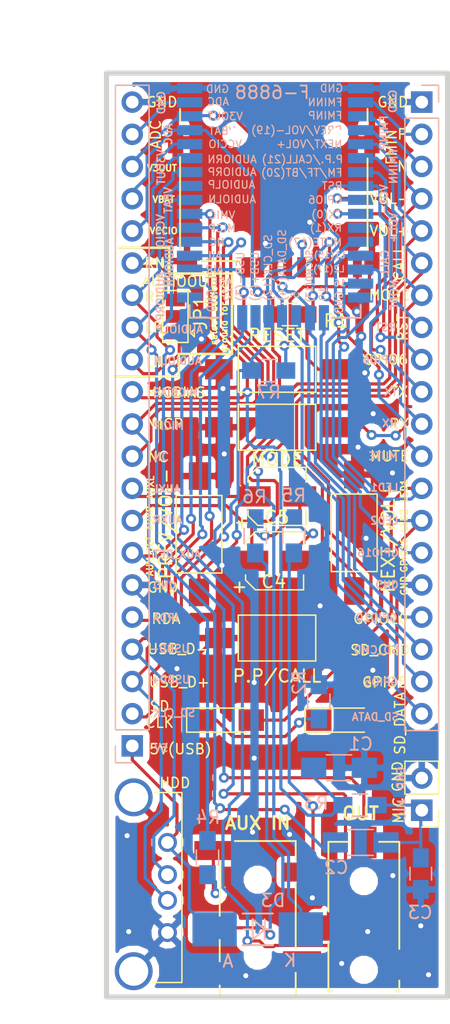
<source format=kicad_pcb>
(kicad_pcb (version 20171130) (host pcbnew 5.0.0-rc2-dev-unknown-b813eac~63~ubuntu16.04.1)
  (layers (0 F.Cu signal) (31 B.Cu signal) (34 B.Paste user) (35 F.Paste user) (36 B.SilkS user) (37 F.SilkS user) (38 B.Mask user) (39 F.Mask user) (44 Edge.Cuts user))
  (net 0 "")
  (net 1 /MICBIAS)
  (net 2 GND)
  (net 3 "Net-(C2-Pad1)")
  (net 4 /MICIP)
  (net 5 "Net-(C4-Pad2)")
  (net 6 /AUXR)
  (net 7 /AUXL)
  (net 8 "Net-(C5-Pad2)")
  (net 9 "Net-(D1-Pad1)")
  (net 10 /LED1)
  (net 11 /LED2)
  (net 12 /RSTN)
  (net 13 /MODE)
  (net 14 /P.P/CALL)
  (net 15 /NEXT/VOL+)
  (net 16 /PREV/VOL-)
  (net 17 /SD_DATA)
  (net 18 /GPIO5)
  (net 19 /SD_CMD)
  (net 20 /GPIO10)
  (net 21 /GPIO16)
  (net 22 /MUTE)
  (net 23 /RX)
  (net 24 /TX)
  (net 25 /GPIO6)
  (net 26 /FMINN)
  (net 27 /FMINP)
  (net 28 /SD_CLK)
  (net 29 /USBD+)
  (net 30 /USBD-)
  (net 31 /AUX_DET)
  (net 32 /NC)
  (net 33 /AUDIOLN)
  (net 34 /AUDIOLP)
  (net 35 /AUDIORP)
  (net 36 /AUDIORN)
  (net 37 /VCCIO)
  (net 38 /VBAT)
  (net 39 /V3OUT)
  (net 40 /ADC)
  (net 41 "Net-(PJ-327A1-Pad5)")
  (net 42 "Net-(PJ-327A1-Pad2)")
  (net 43 "Net-(PJ-327A1-Pad6)")
  (net 44 /IRDA)
  (net 45 "Net-(JP1-Pad2)")
  (net 46 "Net-(J6-Pad9)")
  (net 47 /5V)
  (module Buttons_Switches_SMD:SW_SPST_FSMSM (layer F.Cu) (at 115.57 107.442)
    (fp_text reference SW1 hide)
    (fp_text value RESET (at 0 -2.667) (layer F.SilkS))
    (pad 1 smd rect (at -4.59 0) (size 2.18 1.6) (layers F.Cu F.Paste F.Mask) (net 2 GND))
    (pad 2 smd rect (at 4.59 0) (size 2.18 1.6) (layers F.Cu F.Paste F.Mask) (net 12 /RSTN))
  )
  (module bluetooth:F-6888 (layer B.Cu) (at 122.174 103.378 180)
    (fp_text reference U1 hide)
    (fp_text value F-6888 (at 6.985 17.78 180) (layer B.SilkS) (effects (justify mirror)))
    (fp_text user GND (at 11.8 1.35 90) (layer B.SilkS) (effects (font (size 0.6 0.6) (thickness 0.1)) (justify mirror)))
    (fp_text user ADET (at 11.2 2.85 180) (layer B.SilkS) (effects (font (size 0.6 0.6) (thickness 0.1)) (justify mirror)))
    (fp_text user 22 (at 10.45 1.85 90) (layer B.SilkS) (effects (font (size 0.6 0.6) (thickness 0.1)) (justify mirror)))
    (fp_text user "USB-(3)" (at 9.5 3.25 90) (layer B.SilkS) (effects (font (size 0.6 0.6) (thickness 0.1)) (justify mirror)))
    (fp_text user "USB+(2)" (at 8.35 3.25 90) (layer B.SilkS) (effects (font (size 0.6 0.6) (thickness 0.1)) (justify mirror)))
    (fp_text user "SD_CLK(12)" (at 7.3 3.95 90) (layer B.SilkS) (effects (font (size 0.6 0.6) (thickness 0.1)) (justify mirror)))
    (fp_text user "SD_DATA(14)" (at 6.2 4.15 90) (layer B.SilkS) (effects (font (size 0.6 0.6) (thickness 0.1)) (justify mirror)))
    (fp_text user 5 (at 5.15 1.8 90) (layer B.SilkS) (effects (font (size 0.6 0.6) (thickness 0.1)) (justify mirror)))
    (fp_text user "SDCMD(13)" (at 4.05 3.3 90) (layer B.SilkS) (effects (font (size 0.5 0.5) (thickness 0.1)) (justify mirror)))
    (fp_text user 10 (at 2.95 1.9 90) (layer B.SilkS) (effects (font (size 0.6 0.6) (thickness 0.1)) (justify mirror)))
    (fp_text user AIR (at 11.55 3.8 180) (layer B.SilkS) (effects (font (size 0.6 0.6) (thickness 0.1)) (justify mirror)))
    (fp_text user AIL (at 11.6 4.9 180) (layer B.SilkS) (effects (font (size 0.6 0.6) (thickness 0.1)) (justify mirror)))
    (fp_text user NC (at 11.35 5.95 180) (layer B.SilkS) (effects (font (size 0.6 0.6) (thickness 0.1)) (justify mirror)))
    (fp_text user MICP (at 10.95 7.05 180) (layer B.SilkS) (effects (font (size 0.6 0.6) (thickness 0.1)) (justify mirror)))
    (fp_text user VMIC (at 10.95 8.1 180) (layer B.SilkS) (effects (font (size 0.6 0.6) (thickness 0.1)) (justify mirror)))
    (fp_text user GND (at 1.7 1.2 90) (layer B.SilkS) (effects (font (size 0.6 0.6) (thickness 0.1)) (justify mirror)))
    (fp_text user 16 (at 1.65 2.75 180) (layer B.SilkS) (effects (font (size 0.5 0.5) (thickness 0.1)) (justify mirror)))
    (fp_text user "L2(17)" (at 2.5 3.85 180) (layer B.SilkS) (effects (font (size 0.5 0.5) (thickness 0.1)) (justify mirror)))
    (fp_text user "L1(15)" (at 2.45 4.95 180) (layer B.SilkS) (effects (font (size 0.5 0.5) (thickness 0.1)) (justify mirror)))
    (fp_text user "MUTE(17)" (at 3.6 5.95 180) (layer B.SilkS) (effects (font (size 0.6 0.6) (thickness 0.1)) (justify mirror)))
    (fp_text user "RX(1)" (at 2.75 7.1 180) (layer B.SilkS) (effects (font (size 0.6 0.6) (thickness 0.1)) (justify mirror)))
    (fp_text user "TX(0)" (at 2.7 8.15 180) (layer B.SilkS) (effects (font (size 0.6 0.6) (thickness 0.1)) (justify mirror)))
    (fp_text user GPIO6 (at 2.8 9.3 180) (layer B.SilkS) (effects (font (size 0.6 0.6) (thickness 0.1)) (justify mirror)))
    (fp_text user RST (at 2.25 10.4 180) (layer B.SilkS) (effects (font (size 0.6 0.6) (thickness 0.1)) (justify mirror)))
    (fp_text user "FM/TF/BT(20)" (at 4.65 11.45 180) (layer B.SilkS) (effects (font (size 0.6 0.6) (thickness 0.1)) (justify mirror)))
    (fp_text user AUDIOLN (at 10.15 9.35 180) (layer B.SilkS) (effects (font (size 0.6 0.6) (thickness 0.1)) (justify mirror)))
    (fp_text user AUDIOLP (at 10.2 10.5 180) (layer B.SilkS) (effects (font (size 0.6 0.6) (thickness 0.1)) (justify mirror)))
    (fp_text user AUDIORP (at 10.15 11.5 180) (layer B.SilkS) (effects (font (size 0.6 0.6) (thickness 0.1)) (justify mirror)))
    (fp_text user AUDIORN (at 10.15 12.5 180) (layer B.SilkS) (effects (font (size 0.6 0.6) (thickness 0.1)) (justify mirror)))
    (fp_text user VCCIO (at 10.7 13.7 180) (layer B.SilkS) (effects (font (size 0.6 0.6) (thickness 0.1)) (justify mirror)))
    (fp_text user "P.P./CALL(21)" (at 4.6 12.5 180) (layer B.SilkS) (effects (font (size 0.6 0.6) (thickness 0.1)) (justify mirror)))
    (fp_text user NEXT/VOL+ (at 4.05 13.7 180) (layer B.SilkS) (effects (font (size 0.6 0.6) (thickness 0.1)) (justify mirror)))
    (fp_text user VBAT (at 10.95 14.75 180) (layer B.SilkS) (effects (font (size 0.6 0.6) (thickness 0.1)) (justify mirror)))
    (fp_text user V3OUT (at 10.7 15.9 180) (layer B.SilkS) (effects (font (size 0.6 0.6) (thickness 0.1)) (justify mirror)))
    (fp_text user ADC (at 11.25 17.05 180) (layer B.SilkS) (effects (font (size 0.6 0.6) (thickness 0.1)) (justify mirror)))
    (fp_text user GND (at 11.3 18.05 180) (layer B.SilkS) (effects (font (size 0.6 0.6) (thickness 0.1)) (justify mirror)))
    (fp_text user "PREV/VOL-(19)" (at 5.05 14.8 180) (layer B.SilkS) (effects (font (size 0.6 0.6) (thickness 0.1)) (justify mirror)))
    (fp_text user FMINP (at 2.8 15.95 180) (layer B.SilkS) (effects (font (size 0.6 0.6) (thickness 0.1)) (justify mirror)))
    (fp_text user FMINN (at 2.8 17 180) (layer B.SilkS) (effects (font (size 0.6 0.6) (thickness 0.1)) (justify mirror)))
    (fp_text user GND (at 2.3 18.1 180) (layer B.SilkS) (effects (font (size 0.6 0.6) (thickness 0.1)) (justify mirror)))
    (pad 22 smd rect (at 8.3 0 180) (size 0.8 2) (layers B.Cu B.Paste B.Mask) (net 29 /USBD+))
    (pad 21 smd rect (at 7.25 0 180) (size 0.8 2) (layers B.Cu B.Paste B.Mask) (net 28 /SD_CLK))
    (pad 23 smd rect (at 9.35 0 180) (size 0.8 2) (layers B.Cu B.Paste B.Mask) (net 30 /USBD-))
    (pad 24 smd rect (at 10.399996 0 180) (size 0.8 2) (layers B.Cu B.Paste B.Mask) (net 44 /IRDA))
    (pad 20 smd rect (at 6.2 0 180) (size 0.8 2) (layers B.Cu B.Paste B.Mask) (net 17 /SD_DATA))
    (pad 19 smd rect (at 5.1 0 180) (size 0.8 2) (layers B.Cu B.Paste B.Mask) (net 18 /GPIO5))
    (pad 18 smd rect (at 4 0 180) (size 0.8 2) (layers B.Cu B.Paste B.Mask) (net 19 /SD_CMD))
    (pad 17 smd rect (at 2.9 0 180) (size 0.8 2) (layers B.Cu B.Paste B.Mask) (net 20 /GPIO10))
    (pad 30 smd rect (at 13.5 7.1 180) (size 2 0.8) (layers B.Cu B.Paste B.Mask) (net 4 /MICIP))
    (pad 40 smd rect (at 13.5 18.1 180) (size 2 0.8) (layers B.Cu B.Paste B.Mask) (net 2 GND))
    (pad 37 smd rect (at 13.5 14.8 180) (size 2 0.8) (layers B.Cu B.Paste B.Mask) (net 38 /VBAT))
    (pad 35 smd rect (at 13.5 12.6 180) (size 2 0.8) (layers B.Cu B.Paste B.Mask) (net 36 /AUDIORN))
    (pad 28 smd rect (at 13.5 4.9 180) (size 2 0.8) (layers B.Cu B.Paste B.Mask) (net 7 /AUXL))
    (pad 27 smd rect (at 13.5 3.8 180) (size 2 0.8) (layers B.Cu B.Paste B.Mask) (net 6 /AUXR))
    (pad 29 smd rect (at 13.5 6 180) (size 2 0.8) (layers B.Cu B.Paste B.Mask) (net 32 /NC))
    (pad 33 smd rect (at 13.5 10.4 180) (size 2 0.8) (layers B.Cu B.Paste B.Mask) (net 34 /AUDIOLP))
    (pad 39 smd rect (at 13.5 17 180) (size 2 0.8) (layers B.Cu B.Paste B.Mask) (net 40 /ADC))
    (pad 25 smd rect (at 13.5 1.6 180) (size 2 0.8) (layers B.Cu B.Paste B.Mask) (net 2 GND))
    (pad 34 smd rect (at 13.5 11.5 180) (size 2 0.8) (layers B.Cu B.Paste B.Mask) (net 35 /AUDIORP))
    (pad 38 smd rect (at 13.5 15.9 180) (size 2 0.8) (layers B.Cu B.Paste B.Mask) (net 39 /V3OUT))
    (pad 31 smd rect (at 13.5 8.2 180) (size 2 0.8) (layers B.Cu B.Paste B.Mask) (net 1 /MICBIAS))
    (pad 32 smd rect (at 13.5 9.3 180) (size 2 0.8) (layers B.Cu B.Paste B.Mask) (net 33 /AUDIOLN))
    (pad 26 smd rect (at 13.5 2.7 180) (size 2 0.8) (layers B.Cu B.Paste B.Mask) (net 31 /AUX_DET))
    (pad 36 smd rect (at 13.5 13.7 180) (size 2 0.8) (layers B.Cu B.Paste B.Mask) (net 37 /VCCIO))
    (pad 4 smd rect (at 0 14.8 180) (size 2 0.8) (layers B.Cu B.Paste B.Mask) (net 16 /PREV/VOL-))
    (pad 1 smd rect (at 0 18.1 180) (size 2 0.8) (layers B.Cu B.Paste B.Mask) (net 2 GND))
    (pad 16 smd rect (at 0 1.6 180) (size 2 0.8) (layers B.Cu B.Paste B.Mask) (net 2 GND))
    (pad 2 smd rect (at 0 17 180) (size 2 0.8) (layers B.Cu B.Paste B.Mask) (net 27 /FMINP))
    (pad 7 smd rect (at 0 11.5 180) (size 2 0.8) (layers B.Cu B.Paste B.Mask) (net 13 /MODE))
    (pad 8 smd rect (at 0 10.4 180) (size 2 0.8) (layers B.Cu B.Paste B.Mask) (net 12 /RSTN))
    (pad 6 smd rect (at 0 12.6 180) (size 2 0.8) (layers B.Cu B.Paste B.Mask) (net 14 /P.P/CALL))
    (pad 3 smd rect (at 0 15.9 180) (size 2 0.8) (layers B.Cu B.Paste B.Mask) (net 26 /FMINN))
    (pad 5 smd rect (at 0 13.7 180) (size 2 0.8) (layers B.Cu B.Paste B.Mask) (net 15 /NEXT/VOL+))
    (pad 9 smd rect (at 0 9.3 180) (size 2 0.8) (layers B.Cu B.Paste B.Mask) (net 25 /GPIO6))
    (pad 10 smd rect (at 0 8.2 180) (size 2 0.8) (layers B.Cu B.Paste B.Mask) (net 24 /TX))
    (pad 11 smd rect (at 0 7.1 180) (size 2 0.8) (layers B.Cu B.Paste B.Mask) (net 23 /RX))
    (pad 12 smd rect (at 0 6 180) (size 2 0.8) (layers B.Cu B.Paste B.Mask) (net 22 /MUTE))
    (pad 13 smd rect (at 0 4.9 180) (size 2 0.8) (layers B.Cu B.Paste B.Mask) (net 10 /LED1))
    (pad 14 smd rect (at 0 3.8 180) (size 2 0.8) (layers B.Cu B.Paste B.Mask) (net 11 /LED2))
    (pad 15 smd rect (at 0 2.7 180) (size 2 0.8) (layers B.Cu B.Paste B.Mask) (net 21 /GPIO16))
  )
  (module Jumper:SolderJumper-3_P1.3mm_Open_Pad1.0x1.5mm (layer F.Cu) (at 107.5436 103.2764 90)
    (fp_text reference JP1 (at 0.2794 1.9939 90) (layer F.SilkS))
    (fp_text value Jumper_NC_Dual)
    (pad 3 smd rect (at 1.3 0 90) (size 1 1.5) (layers F.Cu F.Mask) (net 36 /AUDIORN))
    (pad 2 smd rect (at 0 0 90) (size 1 1.5) (layers F.Cu F.Mask) (net 45 "Net-(JP1-Pad2)"))
    (pad 1 smd rect (at -1.3 0 90) (size 1 1.5) (layers F.Cu F.Mask) (net 33 /AUDIOLN))
  )
  (module modules:USB_A (layer F.Cu) (at 106.9213 144.78 270)
    (fp_text reference J1 hide)
    (fp_text value USB_A)
    (pad 4 thru_hole circle (at 7.11 0 180) (size 1.5 1.5) (drill 1) (layers *.Cu *.Mask) (net 2 GND))
    (pad 3 thru_hole circle (at 4.57 0 180) (size 1.5 1.5) (drill 1) (layers *.Cu *.Mask) (net 29 /USBD+))
    (pad 2 thru_hole circle (at 2.54 0 180) (size 1.5 1.5) (drill 1) (layers *.Cu *.Mask) (net 30 /USBD-))
    (pad 1 thru_hole circle (at 0 0 180) (size 1.5 1.5) (drill 1) (layers *.Cu *.Mask) (net 47 /5V))
    (pad 5 thru_hole circle (at 10.16 2.67 180) (size 3 3) (drill 2.3) (layers *.Cu *.Mask) (net 2 GND))
    (pad 5 thru_hole circle (at -3.56 2.67 180) (size 3 3) (drill 2.3) (layers *.Cu *.Mask) (net 2 GND))
  )
  (module jacks:3.5mm_stereo_jack_PJ3026 (layer F.Cu) (at 122.428 154.432 180)
    (fp_text reference PJ-327A2 hide)
    (fp_text value CONN_6 hide)
    (pad "" np_thru_hole circle (at 0 -0.4 180) (size 1.2 1.2) (drill 1.2) (layers *.Cu *.Mask F.SilkS))
    (pad 1 smd rect (at -2.8 0 180) (size 2.2 2) (layers F.Cu F.Paste F.Mask) (net 45 "Net-(JP1-Pad2)"))
    (pad 2 smd rect (at 2.8 2.9 180) (size 2.2 2) (layers F.Cu F.Paste F.Mask) (net 35 /AUDIORP))
    (pad 5 smd rect (at 0 9.65 180) (size 2 2.5) (layers F.Cu F.Paste F.Mask) (net 34 /AUDIOLP))
    (pad "" np_thru_hole circle (at 0 6.6 180) (size 1.2 1.2) (drill 1.2) (layers *.Cu *.Mask F.SilkS))
  )
  (module Resistors_SMD:R_0805_HandSoldering (layer B.Cu) (at 122.1232 141.8336 180)
    (fp_text reference R3 (at 3.4544 0.1524 180) (layer B.SilkS) (effects (justify mirror)))
    (fp_text value 1k2)
    (pad 2 smd rect (at 1.35 0 180) (size 1.5 1.3) (layers B.Cu B.Paste B.Mask) (net 1 /MICBIAS))
    (pad 1 smd rect (at -1.35 0 180) (size 1.5 1.3) (layers B.Cu B.Paste B.Mask) (net 3 "Net-(C2-Pad1)"))
  )
  (module jacks:PJ-327A (layer F.Cu) (at 114.046 156.718 180)
    (fp_text reference PJ-327A1 hide)
    (fp_text value CONN_6 hide)
    (pad 3 smd rect (at -3.5 2.6 180) (size 3 1.5) (layers F.Cu F.Paste F.Mask))
    (pad 2 smd rect (at -3.5 9.6 180) (size 3 1.5) (layers F.Cu F.Paste F.Mask) (net 42 "Net-(PJ-327A1-Pad2)"))
    (pad 6 smd rect (at 3.5 11.3 180) (size 3 1.5) (layers F.Cu F.Paste F.Mask) (net 43 "Net-(PJ-327A1-Pad6)"))
    (pad 5 smd rect (at 3.5 5.2 180) (size 3 1.5) (layers F.Cu F.Paste F.Mask) (net 41 "Net-(PJ-327A1-Pad5)"))
    (pad 4 smd rect (at 3.5 1.6 180) (size 3 1.5) (layers F.Cu F.Paste F.Mask))
    (pad "" np_thru_hole circle (at 0 9 180) (size 1.2 1.2) (drill 1.2) (layers *.Cu *.Mask F.SilkS))
    (pad "" np_thru_hole circle (at 0 3 180) (size 1.2 1.2) (drill 1.2) (layers *.Cu *.Mask F.SilkS))
  )
  (module Capacitors_SMD:C_1206_HandSoldering (layer B.Cu) (at 120.4656 138.8872 180)
    (fp_text reference C1 (at -1.7084 1.8796 180) (layer B.SilkS) (effects (justify mirror)))
    (fp_text value 1uF)
    (pad 2 smd rect (at 2 0 180) (size 2 1.6) (layers B.Cu B.Paste B.Mask) (net 1 /MICBIAS))
    (pad 1 smd rect (at -2 0 180) (size 2 1.6) (layers B.Cu B.Paste B.Mask) (net 2 GND))
  )
  (module Capacitors_SMD:C_1206_HandSoldering (layer B.Cu) (at 122.174 144.78 180)
    (fp_text reference C2 (at 1.9304 -1.9812 180) (layer B.SilkS) (effects (justify mirror)))
    (fp_text value 1uF)
    (pad 1 smd rect (at -2 0 180) (size 2 1.6) (layers B.Cu B.Paste B.Mask) (net 3 "Net-(C2-Pad1)"))
    (pad 2 smd rect (at 2 0 180) (size 2 1.6) (layers B.Cu B.Paste B.Mask) (net 4 /MICIP))
  )
  (module Capacitors_SMD:C_0805_HandSoldering (layer B.Cu) (at 126.9238 147.2438 90)
    (fp_text reference C3 (at -3.0607 -0.0508 180) (layer B.SilkS) (effects (justify mirror)))
    (fp_text value 100p)
    (pad 2 smd rect (at 1.25 0 90) (size 1.5 1.25) (layers B.Cu B.Paste B.Mask) (net 3 "Net-(C2-Pad1)"))
    (pad 1 smd rect (at -1.25 0 90) (size 1.5 1.25) (layers B.Cu B.Paste B.Mask) (net 2 GND))
  )
  (module Capacitors_SMD:CP_Elec_4x5.3 (layer F.Cu) (at 115.3795 122.555)
    (fp_text reference C4 (at -0.0635 1.651) (layer F.SilkS))
    (fp_text value CP)
    (fp_text user + (at -2.77 2.01) (layer F.SilkS))
    (pad 2 smd rect (at 1.8 0 180) (size 2.6 1.6) (layers F.Cu F.Paste F.Mask) (net 5 "Net-(C4-Pad2)"))
    (pad 1 smd rect (at -1.8 0 180) (size 2.6 1.6) (layers F.Cu F.Paste F.Mask) (net 6 /AUXR))
  )
  (module Capacitors_SMD:CP_Elec_4x5.3 (layer F.Cu) (at 115.57 117.475)
    (fp_text reference C5 (at 0 1.651) (layer F.SilkS))
    (fp_text value CP)
    (fp_text user + (at -2.77 2.01) (layer F.SilkS))
    (pad 1 smd rect (at -1.8 0 180) (size 2.6 1.6) (layers F.Cu F.Paste F.Mask) (net 7 /AUXL))
    (pad 2 smd rect (at 1.8 0 180) (size 2.6 1.6) (layers F.Cu F.Paste F.Mask) (net 8 "Net-(C5-Pad2)"))
  )
  (module LEDs:LED_1206_HandSoldering (layer F.Cu) (at 111.538 135.128)
    (fp_text reference D1 hide)
    (fp_text value LED)
    (pad 1 smd rect (at -2 0) (size 2 1.7) (layers F.Cu F.Paste F.Mask) (net 9 "Net-(D1-Pad1)"))
    (pad 2 smd rect (at 2 0) (size 2 1.7) (layers F.Cu F.Paste F.Mask) (net 10 /LED1))
  )
  (module LEDs:LED_1206_HandSoldering (layer F.Cu) (at 120.872 135.128)
    (fp_text reference D2 hide)
    (fp_text value LED)
    (pad 2 smd rect (at 2 0) (size 2 1.7) (layers F.Cu F.Paste F.Mask) (net 11 /LED2))
    (pad 1 smd rect (at -2 0) (size 2 1.7) (layers F.Cu F.Paste F.Mask) (net 9 "Net-(D1-Pad1)"))
  )
  (module Pin_Headers:Pin_Header_Straight_1x20_Pitch2.54mm (layer B.Cu) (at 127 86.36 180)
    (fp_text reference J2 hide)
    (fp_text value CONN_01X20 hide)
    (pad 20 thru_hole oval (at 0 -48.26 180) (size 1.7 1.7) (drill 1) (layers *.Cu *.Mask) (net 17 /SD_DATA))
    (pad 19 thru_hole oval (at 0 -45.72 180) (size 1.7 1.7) (drill 1) (layers *.Cu *.Mask) (net 18 /GPIO5))
    (pad 18 thru_hole oval (at 0 -43.18 180) (size 1.7 1.7) (drill 1) (layers *.Cu *.Mask) (net 19 /SD_CMD))
    (pad 17 thru_hole oval (at 0 -40.64 180) (size 1.7 1.7) (drill 1) (layers *.Cu *.Mask) (net 20 /GPIO10))
    (pad 16 thru_hole oval (at 0 -38.1 180) (size 1.7 1.7) (drill 1) (layers *.Cu *.Mask) (net 2 GND))
    (pad 15 thru_hole oval (at 0 -35.56 180) (size 1.7 1.7) (drill 1) (layers *.Cu *.Mask) (net 21 /GPIO16))
    (pad 14 thru_hole oval (at 0 -33.02 180) (size 1.7 1.7) (drill 1) (layers *.Cu *.Mask) (net 11 /LED2))
    (pad 13 thru_hole oval (at 0 -30.48 180) (size 1.7 1.7) (drill 1) (layers *.Cu *.Mask) (net 10 /LED1))
    (pad 12 thru_hole oval (at 0 -27.94 180) (size 1.7 1.7) (drill 1) (layers *.Cu *.Mask) (net 22 /MUTE))
    (pad 11 thru_hole oval (at 0 -25.4 180) (size 1.7 1.7) (drill 1) (layers *.Cu *.Mask) (net 23 /RX))
    (pad 10 thru_hole oval (at 0 -22.86 180) (size 1.7 1.7) (drill 1) (layers *.Cu *.Mask) (net 24 /TX))
    (pad 9 thru_hole oval (at 0 -20.32 180) (size 1.7 1.7) (drill 1) (layers *.Cu *.Mask) (net 25 /GPIO6))
    (pad 8 thru_hole oval (at 0 -17.78 180) (size 1.7 1.7) (drill 1) (layers *.Cu *.Mask) (net 12 /RSTN))
    (pad 7 thru_hole oval (at 0 -15.24 180) (size 1.7 1.7) (drill 1) (layers *.Cu *.Mask) (net 13 /MODE))
    (pad 6 thru_hole oval (at 0 -12.7 180) (size 1.7 1.7) (drill 1) (layers *.Cu *.Mask) (net 14 /P.P/CALL))
    (pad 5 thru_hole oval (at 0 -10.16 180) (size 1.7 1.7) (drill 1) (layers *.Cu *.Mask) (net 15 /NEXT/VOL+))
    (pad 4 thru_hole oval (at 0 -7.62 180) (size 1.7 1.7) (drill 1) (layers *.Cu *.Mask) (net 16 /PREV/VOL-))
    (pad 3 thru_hole oval (at 0 -5.08 180) (size 1.7 1.7) (drill 1) (layers *.Cu *.Mask) (net 26 /FMINN))
    (pad 2 thru_hole oval (at 0 -2.54 180) (size 1.7 1.7) (drill 1) (layers *.Cu *.Mask) (net 27 /FMINP))
    (pad 1 thru_hole rect (at 0 0 180) (size 1.7 1.7) (drill 1) (layers *.Cu *.Mask) (net 2 GND))
  )
  (module Pin_Headers:Pin_Header_Straight_1x02_Pitch2.54mm (layer F.Cu) (at 127 142.24 180)
    (fp_text reference J3 hide)
    (fp_text value MIC)
    (pad 2 thru_hole oval (at 0 2.54 180) (size 1.7 1.7) (drill 1) (layers *.Cu *.Mask) (net 2 GND))
    (pad 1 thru_hole rect (at 0 0 180) (size 1.7 1.7) (drill 1) (layers *.Cu *.Mask) (net 3 "Net-(C2-Pad1)"))
  )
  (module modules:Conn_uSDcard (layer F.Cu) (at 115.316 88.9 180)
    (fp_text reference J6)
    (fp_text value Micro_SD_Card_Det hide)
    (pad 6 smd rect (at 7.75 -0.4 180) (size 1.2 2.2) (layers F.Cu F.Paste F.Mask) (net 2 GND))
    (pad 6 smd rect (at -7.75 -0.4 180) (size 1.2 2.2) (layers F.Cu F.Paste F.Mask) (net 2 GND))
    (pad 6 smd rect (at 6.85 -10 180) (size 1.6 1.4) (layers F.Cu F.Paste F.Mask) (net 2 GND))
    (pad 6 smd rect (at -7.75 -10 180) (size 1.2 1.4) (layers F.Cu F.Paste F.Mask) (net 2 GND))
    (pad 9 smd rect (at -6.6 -10.5 180) (size 0.7 1.6) (layers F.Cu F.Paste F.Mask) (net 46 "Net-(J6-Pad9)"))
    (pad 7 smd rect (at -4.4 -10.5 180) (size 0.7 1.6) (layers F.Cu F.Paste F.Mask) (net 17 /SD_DATA))
    (pad 8 smd rect (at -5.5 -10.5 180) (size 0.7 1.6) (layers F.Cu F.Paste F.Mask))
    (pad 6 smd rect (at -3.3 -10.5 180) (size 0.7 1.6) (layers F.Cu F.Paste F.Mask) (net 2 GND))
    (pad 5 smd rect (at -2.2 -10.5 180) (size 0.7 1.6) (layers F.Cu F.Paste F.Mask) (net 28 /SD_CLK))
    (pad 4 smd rect (at -1.1 -10.5 180) (size 0.7 1.6) (layers F.Cu F.Paste F.Mask) (net 39 /V3OUT))
    (pad 1 smd rect (at 2.2 -10.5 180) (size 0.7 1.6) (layers F.Cu F.Paste F.Mask))
    (pad 2 smd rect (at 1.1 -10.5 180) (size 0.7 1.6) (layers F.Cu F.Paste F.Mask))
    (pad "" np_thru_hole circle (at 3.05 0 180) (size 1 1) (drill 1) (layers *.Cu))
    (pad "" np_thru_hole circle (at -4.93 0 180) (size 1 1) (drill 1) (layers *.Cu))
    (pad 3 smd rect (at 0 -10.5 180) (size 0.7 1.6) (layers F.Cu F.Paste F.Mask) (net 19 /SD_CMD))
  )
  (module Resistors_SMD:R_0805_HandSoldering (layer F.Cu) (at 116.586 103.124 180)
    (fp_text reference R1 (at -3.636 -0.508 180) (layer F.SilkS))
    (fp_text value 10k)
    (pad 1 smd rect (at -1.35 0 180) (size 1.5 1.3) (layers F.Cu F.Paste F.Mask) (net 12 /RSTN))
    (pad 2 smd rect (at 1.35 0 180) (size 1.5 1.3) (layers F.Cu F.Paste F.Mask) (net 38 /VBAT))
  )
  (module Resistors_SMD:R_0805_HandSoldering (layer B.Cu) (at 118.872 133.6802 90)
    (fp_text reference R2 (at 1.5024 -1.5494 90) (layer B.SilkS) (effects (justify mirror)))
    (fp_text value 1k)
    (pad 1 smd rect (at -1.35 0 90) (size 1.5 1.3) (layers B.Cu B.Paste B.Mask) (net 9 "Net-(D1-Pad1)"))
    (pad 2 smd rect (at 1.35 0 90) (size 1.5 1.3) (layers B.Cu B.Paste B.Mask) (net 2 GND))
  )
  (module Resistors_SMD:R_0805_HandSoldering (layer B.Cu) (at 110.0836 145.9738 270)
    (fp_text reference R4 (at -3.175 -0.0381) (layer B.SilkS) (effects (justify mirror)))
    (fp_text value 1k)
    (pad 2 smd rect (at 1.35 0 270) (size 1.5 1.3) (layers B.Cu B.Paste B.Mask) (net 43 "Net-(PJ-327A1-Pad6)"))
    (pad 1 smd rect (at -1.35 0 270) (size 1.5 1.3) (layers B.Cu B.Paste B.Mask) (net 31 /AUX_DET))
  )
  (module Resistors_SMD:R_0805_HandSoldering (layer B.Cu) (at 116.9035 120.5865 270)
    (fp_text reference R5 (at -3.1877 0.0127) (layer B.SilkS) (effects (justify mirror)))
    (fp_text value 1k)
    (pad 2 smd rect (at 1.35 0 270) (size 1.5 1.3) (layers B.Cu B.Paste B.Mask) (net 42 "Net-(PJ-327A1-Pad2)"))
    (pad 1 smd rect (at -1.35 0 270) (size 1.5 1.3) (layers B.Cu B.Paste B.Mask) (net 5 "Net-(C4-Pad2)"))
  )
  (module Resistors_SMD:R_0805_HandSoldering (layer B.Cu) (at 113.8555 120.5865 270)
    (fp_text reference R6 (at -3.0861 0.0635) (layer B.SilkS) (effects (justify mirror)))
    (fp_text value 1k)
    (pad 2 smd rect (at 1.35 0 270) (size 1.5 1.3) (layers B.Cu B.Paste B.Mask) (net 41 "Net-(PJ-327A1-Pad5)"))
    (pad 1 smd rect (at -1.35 0 270) (size 1.5 1.3) (layers B.Cu B.Paste B.Mask) (net 8 "Net-(C5-Pad2)"))
  )
  (module Resistors_SMD:R_0805_HandSoldering (layer B.Cu) (at 114.9134 107.5436)
    (fp_text reference R7 (at 0 1.7) (layer B.SilkS) (effects (justify mirror)))
    (fp_text value 3k3)
    (pad 2 smd rect (at 1.35 0) (size 1.5 1.3) (layers B.Cu B.Paste B.Mask) (net 46 "Net-(J6-Pad9)"))
    (pad 1 smd rect (at -1.35 0) (size 1.5 1.3) (layers B.Cu B.Paste B.Mask) (net 28 /SD_CLK))
  )
  (module Buttons_Switches_SMD:SW_SPST_FSMSM (layer F.Cu) (at 109.4105 120.4595 270)
    (fp_text reference SW2 hide)
    (fp_text value PREV/VOL- (at -0.8255 2.6289 270) (layer F.SilkS))
    (pad 1 smd rect (at -4.59 0 270) (size 2.18 1.6) (layers F.Cu F.Paste F.Mask) (net 2 GND))
    (pad 2 smd rect (at 4.59 0 270) (size 2.18 1.6) (layers F.Cu F.Paste F.Mask) (net 16 /PREV/VOL-))
  )
  (module Buttons_Switches_SMD:SW_SPST_FSMSM (layer F.Cu) (at 121.666 120.3452 270)
    (fp_text reference SW3 hide)
    (fp_text value NEXT/VOL+ (at 0.4064 -2.6924 270) (layer F.SilkS))
    (pad 1 smd rect (at -4.59 0 270) (size 2.18 1.6) (layers F.Cu F.Paste F.Mask) (net 2 GND))
    (pad 2 smd rect (at 4.59 0 270) (size 2.18 1.6) (layers F.Cu F.Paste F.Mask) (net 15 /NEXT/VOL+))
  )
  (module Buttons_Switches_SMD:SW_SPST_FSMSM (layer F.Cu) (at 115.57 128.651)
    (fp_text reference SW4 hide)
    (fp_text value P.P/CALL (at 0 3) (layer F.SilkS))
    (pad 2 smd rect (at 4.59 0) (size 2.18 1.6) (layers F.Cu F.Paste F.Mask) (net 14 /P.P/CALL))
    (pad 1 smd rect (at -4.59 0) (size 2.18 1.6) (layers F.Cu F.Paste F.Mask) (net 2 GND))
  )
  (module Buttons_Switches_SMD:SW_SPST_FSMSM (layer F.Cu) (at 115.57 112.014)
    (fp_text reference SW5 hide)
    (fp_text value MODE (at 0 2.54) (layer F.SilkS))
    (pad 2 smd rect (at 4.59 0) (size 2.18 1.6) (layers F.Cu F.Paste F.Mask) (net 13 /MODE))
    (pad 1 smd rect (at -4.59 0) (size 2.18 1.6) (layers F.Cu F.Paste F.Mask) (net 2 GND))
  )
  (module Diodes_SMD.pretty:MELF_Handsoldering (layer B.Cu) (at 114.046 151.638 180)
    (fp_text reference D3 (at -1.2065 2.286 180) (layer B.SilkS) (effects (justify mirror)))
    (fp_text value D)
    (fp_text user K (at -2.55 -2.45 180) (layer B.SilkS) (effects (justify mirror)))
    (fp_text user A (at 2.35 -2.5 180) (layer B.SilkS) (effects (justify mirror)))
    (pad 1 smd rect (at -3.40106 0 180) (size 3.50012 2.70002) (layers B.Cu B.Paste B.Mask) (net 38 /VBAT))
    (pad 2 smd rect (at 3.40106 0 180) (size 3.50012 2.70002) (layers B.Cu B.Paste B.Mask) (net 47 /5V))
  )
  (module Pin_Headers:Pin_Header_Straight_1x21_Pitch2.54mm (layer B.Cu) (at 104.14 137.16)
    (fp_text reference J4 hide)
    (fp_text value CONN_01X20)
    (pad 21 thru_hole oval (at 0 -50.8) (size 1.7 1.7) (drill 1) (layers *.Cu *.Mask) (net 2 GND))
    (pad 20 thru_hole oval (at 0 -48.26) (size 1.7 1.7) (drill 1) (layers *.Cu *.Mask) (net 40 /ADC))
    (pad 19 thru_hole oval (at 0 -45.72) (size 1.7 1.7) (drill 1) (layers *.Cu *.Mask) (net 39 /V3OUT))
    (pad 18 thru_hole oval (at 0 -43.18) (size 1.7 1.7) (drill 1) (layers *.Cu *.Mask) (net 38 /VBAT))
    (pad 17 thru_hole oval (at 0 -40.64) (size 1.7 1.7) (drill 1) (layers *.Cu *.Mask) (net 37 /VCCIO))
    (pad 16 thru_hole oval (at 0 -38.1) (size 1.7 1.7) (drill 1) (layers *.Cu *.Mask) (net 36 /AUDIORN))
    (pad 15 thru_hole oval (at 0 -35.56) (size 1.7 1.7) (drill 1) (layers *.Cu *.Mask) (net 35 /AUDIORP))
    (pad 14 thru_hole oval (at 0 -33.02) (size 1.7 1.7) (drill 1) (layers *.Cu *.Mask) (net 34 /AUDIOLP))
    (pad 13 thru_hole oval (at 0 -30.48) (size 1.7 1.7) (drill 1) (layers *.Cu *.Mask) (net 33 /AUDIOLN))
    (pad 12 thru_hole oval (at 0 -27.94) (size 1.7 1.7) (drill 1) (layers *.Cu *.Mask) (net 1 /MICBIAS))
    (pad 11 thru_hole oval (at 0 -25.4) (size 1.7 1.7) (drill 1) (layers *.Cu *.Mask) (net 4 /MICIP))
    (pad 10 thru_hole oval (at 0 -22.86) (size 1.7 1.7) (drill 1) (layers *.Cu *.Mask) (net 32 /NC))
    (pad 9 thru_hole oval (at 0 -20.32) (size 1.7 1.7) (drill 1) (layers *.Cu *.Mask) (net 7 /AUXL))
    (pad 8 thru_hole oval (at 0 -17.78) (size 1.7 1.7) (drill 1) (layers *.Cu *.Mask) (net 6 /AUXR))
    (pad 7 thru_hole oval (at 0 -15.24) (size 1.7 1.7) (drill 1) (layers *.Cu *.Mask) (net 31 /AUX_DET))
    (pad 6 thru_hole oval (at 0 -12.7) (size 1.7 1.7) (drill 1) (layers *.Cu *.Mask) (net 2 GND))
    (pad 5 thru_hole oval (at 0 -10.16) (size 1.7 1.7) (drill 1) (layers *.Cu *.Mask) (net 44 /IRDA))
    (pad 4 thru_hole oval (at 0 -7.62) (size 1.7 1.7) (drill 1) (layers *.Cu *.Mask) (net 30 /USBD-))
    (pad 3 thru_hole oval (at 0 -5.08) (size 1.7 1.7) (drill 1) (layers *.Cu *.Mask) (net 29 /USBD+))
    (pad 2 thru_hole oval (at 0 -2.54) (size 1.7 1.7) (drill 1) (layers *.Cu *.Mask) (net 28 /SD_CLK))
    (pad 1 thru_hole rect (at 0 0) (size 1.7 1.7) (drill 1) (layers *.Cu *.Mask) (net 47 /5V))
  )
  (gr_text MIC (at 125.4125 142.1765 90) (layer B.SilkS) (effects (font (size 0.6 0.6) (thickness 0.125)) (justify mirror)))
  (gr_text GND (at 125.349 139.7 90) (layer B.SilkS) (effects (font (size 0.6 0.6) (thickness 0.125)) (justify mirror)))
  (gr_text SD_DATA (at 123.3424 134.874) (layer B.SilkS) (effects (font (size 0.6 0.6) (thickness 0.125)) (justify mirror)))
  (gr_text GPIO5 (at 123.7996 132.1308) (layer B.SilkS) (effects (font (size 0.6 0.6) (thickness 0.125)) (justify mirror)))
  (gr_text SD_CMD (at 123.3932 129.5908) (layer B.SilkS) (effects (font (size 0.6 0.6) (thickness 0.125)) (justify mirror)))
  (gr_text GPIO10 (at 123.444 127.0508) (layer B.SilkS) (effects (font (size 0.6 0.6) (thickness 0.125)) (justify mirror)))
  (gr_text GND (at 124.2568 124.3965 180) (layer B.SilkS) (effects (font (size 0.6 0.6) (thickness 0.125)) (justify mirror)))
  (gr_text GPIO16 (at 123.5456 121.92) (layer B.SilkS) (effects (font (size 0.6 0.6) (thickness 0.125)) (justify mirror)))
  (gr_text LED2 (at 124.0536 119.38) (layer B.SilkS) (effects (font (size 0.6 0.6) (thickness 0.125)) (justify mirror)))
  (gr_text LED1 (at 124.0536 116.7765) (layer B.SilkS) (effects (font (size 0.6 0.6) (thickness 0.125)) (justify mirror)))
  (gr_text MUTE (at 123.952 114.3) (layer B.SilkS) (effects (font (size 0.6 0.6) (thickness 0.125)) (justify mirror)))
  (gr_text RX (at 124.46 111.7092) (layer B.SilkS) (effects (font (size 0.6 0.6) (thickness 0.125)) (justify mirror)))
  (gr_text TX (at 124.5616 109.22) (layer B.SilkS) (effects (font (size 0.6 0.6) (thickness 0.125)) (justify mirror)))
  (gr_text GPIO6 (at 123.6472 106.68) (layer B.SilkS) (effects (font (size 0.6 0.6) (thickness 0.125)) (justify mirror)))
  (gr_text RST (at 124.1552 104.14) (layer B.SilkS) (effects (font (size 0.6 0.6) (thickness 0.125)) (justify mirror)))
  (gr_text MODE (at 124.8156 101.6 90) (layer B.SilkS) (effects (font (size 0.6 0.6) (thickness 0.125)) (justify mirror)))
  (gr_text "CALL\n" (at 124.079 99.06 90) (layer B.SilkS) (effects (font (size 0.6 0.6) (thickness 0.125)) (justify mirror)))
  (gr_text VOL+ (at 124.7648 96.266 90) (layer B.SilkS) (effects (font (size 0.6 0.6) (thickness 0.125)) (justify mirror)))
  (gr_text VOL- (at 124.0155 94.0435 90) (layer B.SilkS) (effects (font (size 0.6 0.6) (thickness 0.125)) (justify mirror)))
  (gr_text FMINN (at 124.7648 91.44 90) (layer B.SilkS) (effects (font (size 0.6 0.6) (thickness 0.125)) (justify mirror)))
  (gr_text FMINP (at 124.0155 88.773 90) (layer B.SilkS) (effects (font (size 0.6 0.6) (thickness 0.125)) (justify mirror)))
  (gr_text GND (at 124.714 86.2965 90) (layer B.SilkS) (effects (font (size 0.6 0.6) (thickness 0.125)) (justify mirror)))
  (gr_text 5V (at 106.426 137.3378) (layer B.SilkS) (effects (font (size 0.6 0.6) (thickness 0.125)) (justify mirror)))
  (gr_text SD_CLK (at 107.442 134.5565) (layer B.SilkS) (effects (font (size 0.6 0.6) (thickness 0.125)) (justify mirror)))
  (gr_text USBD+ (at 107.1372 131.9276) (layer B.SilkS) (effects (font (size 0.6 0.6) (thickness 0.125)) (justify mirror)))
  (gr_text USBD- (at 107.0864 129.4892) (layer B.SilkS) (effects (font (size 0.6 0.6) (thickness 0.125)) (justify mirror)))
  (gr_text IRDA (at 106.7816 127.0508) (layer B.SilkS) (effects (font (size 0.6 0.6) (thickness 0.125)) (justify mirror)))
  (gr_text GND (at 106.7054 124.4346 180) (layer B.SilkS) (effects (font (size 0.6 0.6) (thickness 0.125)) (justify mirror)))
  (gr_text AUX_DET (at 107.6706 122.047) (layer B.SilkS) (effects (font (size 0.6 0.6) (thickness 0.125)) (justify mirror)))
  (gr_text AUXR (at 106.934 119.3292) (layer B.SilkS) (effects (font (size 0.6 0.6) (thickness 0.125)) (justify mirror)))
  (gr_text AUXL (at 106.8324 116.8908) (layer B.SilkS) (effects (font (size 0.6 0.6) (thickness 0.125)) (justify mirror)))
  (gr_text NC (at 106.426 114.3 180) (layer B.SilkS) (effects (font (size 0.6 0.6) (thickness 0.125)) (justify mirror)))
  (gr_text MICIP (at 106.9848 111.9124) (layer B.SilkS) (effects (font (size 0.6 0.6) (thickness 0.125)) (justify mirror)))
  (gr_text MICBIAS (at 107.569 109.2708) (layer B.SilkS) (effects (font (size 0.6 0.6) (thickness 0.125)) (justify mirror)))
  (gr_text AUDIOLN (at 107.7214 106.7816) (layer B.SilkS) (effects (font (size 0.6 0.6) (thickness 0.125)) (justify mirror)))
  (gr_text AUDIOLP (at 107.8484 104.2924) (layer B.SilkS) (effects (font (size 0.6 0.6) (thickness 0.125)) (justify mirror)))
  (gr_text AUDIORP (at 106.3752 101.7016 90) (layer B.SilkS) (effects (font (size 0.6 0.6) (thickness 0.125)) (justify mirror)))
  (gr_text AUDIORN (at 107.0864 99.0092 90) (layer B.SilkS) (effects (font (size 0.6 0.6) (thickness 0.125)) (justify mirror)))
  (gr_text VCCIO (at 106.3752 96.52 90) (layer B.SilkS) (effects (font (size 0.6 0.6) (thickness 0.125)) (justify mirror)))
  (gr_text VBAT (at 106.9848 94.107 90) (layer B.SilkS) (effects (font (size 0.6 0.6) (thickness 0.125)) (justify mirror)))
  (gr_text V3OUT (at 106.426 91.4908 90) (layer B.SilkS) (effects (font (size 0.6 0.6) (thickness 0.125)) (justify mirror)))
  (gr_text ADC (at 106.9848 88.9 90) (layer B.SilkS) (effects (font (size 0.6 0.6) (thickness 0.125)) (justify mirror)))
  (gr_text GND (at 106.426 86.4108 90) (layer B.SilkS) (effects (font (size 0.6 0.6) (thickness 0.125)) (justify mirror)))
  (gr_text HDD (at 107.5055 140.081) (layer F.SilkS) (effects (font (size 0.8 0.8) (thickness 0.125))))
  (gr_text "5V(USB)" (at 107.95 137.414) (layer F.SilkS) (effects (font (size 0.8 0.8) (thickness 0.125))))
  (gr_text "SD\nCLK" (at 106.299 134.6835) (layer F.SilkS) (effects (font (size 0.8 0.8) (thickness 0.125))))
  (gr_text USB_D+ (at 107.8484 132.1308) (layer F.SilkS) (effects (font (size 0.8 0.8) (thickness 0.125))))
  (gr_text USB_D- (at 107.7468 129.5146) (layer F.SilkS) (effects (font (size 0.8 0.8) (thickness 0.125))))
  (gr_text IRDA (at 106.6165 127.127) (layer F.SilkS) (effects (font (size 0.8 0.8) (thickness 0.125))))
  (gr_text GND (at 106.553 124.6632) (layer F.SilkS) (effects (font (size 0.8 0.8) (thickness 0.125))))
  (gr_text AUXL (at 105.6005 116.7765 90) (layer F.SilkS) (effects (font (size 0.5 0.5) (thickness 0.125))))
  (gr_text AUXR (at 105.537 119.1895 90) (layer F.SilkS) (effects (font (size 0.5 0.5) (thickness 0.125))))
  (gr_text AUX_DET (at 105.537 122.174 90) (layer F.SilkS) (effects (font (size 0.5 0.5) (thickness 0.125))))
  (gr_text NC (at 106.172 114.3635) (layer F.SilkS) (effects (font (size 0.8 0.8) (thickness 0.125))))
  (gr_text MICP (at 106.7308 111.76) (layer F.SilkS) (effects (font (size 0.8 0.8) (thickness 0.125))))
  (gr_text MICBIAS (at 107.569 109.2835) (layer F.SilkS) (effects (font (size 0.8 0.8) (thickness 0.125))))
  (gr_text "select audio\nground for jack" (at 110.998 103.1875 90) (layer F.SilkS) (effects (font (size 0.5 0.5) (thickness 0.12))))
  (gr_line (start 107.823 108.0135) (end 102.743 108.0135) (layer F.SilkS) (width 0.2))
  (gr_line (start 107.823 106.2355) (end 107.823 108.0135) (layer F.SilkS) (width 0.2))
  (gr_line (start 112.014 106.2355) (end 107.823 106.2355) (layer F.SilkS) (width 0.2))
  (gr_line (start 112.014 99.8855) (end 112.014 106.2355) (layer F.SilkS) (width 0.2))
  (gr_line (start 107.061 99.8855) (end 112.014 99.8855) (layer F.SilkS) (width 0.2))
  (gr_line (start 107.061 99.7585) (end 107.061 99.8855) (layer F.SilkS) (width 0.2))
  (gr_line (start 107.061 97.8535) (end 107.061 99.7585) (layer F.SilkS) (width 0.2))
  (gr_line (start 103.0605 97.8535) (end 107.061 97.8535) (layer F.SilkS) (width 0.2))
  (gr_text AUDIOOUT (at 107.823 100.5205) (layer F.SilkS) (effects (font (size 0.8 0.8) (thickness 0.125))))
  (gr_text LN (at 105.918 106.8705) (layer F.SilkS) (effects (font (size 0.8 0.8) (thickness 0.125))))
  (gr_text LP (at 105.8545 104.14) (layer F.SilkS) (effects (font (size 0.8 0.8) (thickness 0.125))))
  (gr_text RP (at 105.918 101.727) (layer F.SilkS) (effects (font (size 0.8 0.8) (thickness 0.125))))
  (gr_text RN (at 105.918 99.06) (layer F.SilkS) (effects (font (size 0.8 0.8) (thickness 0.125))))
  (gr_text VCCIO (at 106.6165 96.52) (layer F.SilkS) (effects (font (size 0.5 0.5) (thickness 0.125))))
  (gr_text VBAT (at 106.6165 94.0435) (layer F.SilkS) (effects (font (size 0.5 0.5) (thickness 0.125))))
  (gr_text "V3OUT\n" (at 106.4895 91.567) (layer F.SilkS) (effects (font (size 0.5 0.5) (thickness 0.125))))
  (gr_text ADC (at 105.9815 88.9 90) (layer F.SilkS) (effects (font (size 0.8 0.8) (thickness 0.125))))
  (gr_text GND (at 106.4895 86.36) (layer F.SilkS) (effects (font (size 0.8 0.8) (thickness 0.125))))
  (gr_text MIC (at 125.1585 142.24 90) (layer F.SilkS) (effects (font (size 0.8 0.8) (thickness 0.125))))
  (gr_text GND (at 125.095 139.573 90) (layer F.SilkS) (effects (font (size 0.8 0.8) (thickness 0.125))))
  (gr_text SD_DATA (at 125.2855 135.382 90) (layer F.SilkS) (effects (font (size 0.8 0.8) (thickness 0.125))))
  (gr_text GPIO5 (at 124.079 132.1435) (layer F.SilkS) (effects (font (size 0.8 0.8) (thickness 0.125))))
  (gr_text SD_CMD (at 123.698 129.6035) (layer F.SilkS) (effects (font (size 0.8 0.8) (thickness 0.125))))
  (gr_text GPIO10 (at 123.7615 127.127) (layer F.SilkS) (effects (font (size 0.8 0.8) (thickness 0.125))))
  (gr_text GND (at 125.603 124.5235 90) (layer F.SilkS) (effects (font (size 0.5 0.5) (thickness 0.125))))
  (gr_text GPIO16 (at 125.603 122.1105 90) (layer F.SilkS) (effects (font (size 0.5 0.5) (thickness 0.125))))
  (gr_text LED2 (at 125.603 119.38 90) (layer F.SilkS) (effects (font (size 0.5 0.5) (thickness 0.125))))
  (gr_text LED1 (at 125.603 117.0305 90) (layer F.SilkS) (effects (font (size 0.5 0.5) (thickness 0.125))))
  (gr_text MUTE (at 124.46 114.3) (layer F.SilkS) (effects (font (size 0.8 0.8) (thickness 0.125))))
  (gr_text RX (at 125.222 111.76) (layer F.SilkS) (effects (font (size 0.8 0.8) (thickness 0.125))))
  (gr_text TX (at 125.222 109.22) (layer F.SilkS) (effects (font (size 0.8 0.8) (thickness 0.125))))
  (gr_text GPIO6 (at 124.1425 106.68) (layer F.SilkS) (effects (font (size 0.8 0.8) (thickness 0.125))))
  (gr_text RST (at 125.476 104.14 90) (layer F.SilkS) (effects (font (size 0.8 0.8) (thickness 0.125))))
  (gr_text MODE (at 124.46 101.6) (layer F.SilkS) (effects (font (size 0.8 0.8) (thickness 0.125))))
  (gr_text CALL (at 125.222 99.06 90) (layer F.SilkS) (effects (font (size 0.8 0.8) (thickness 0.125))))
  (gr_text VOL+ (at 124.46 96.52) (layer F.SilkS) (effects (font (size 0.8 0.8) (thickness 0.125))))
  (gr_text VOL- (at 124.46 93.98) (layer F.SilkS) (effects (font (size 0.8 0.8) (thickness 0.125))))
  (gr_text FMIN (at 124.6124 89.916 90) (layer F.SilkS) (effects (font (size 0.8 0.8) (thickness 0.125))))
  (gr_text N (at 125.476 91.44) (layer F.SilkS) (effects (font (size 0.8 0.8) (thickness 0.125))))
  (gr_text P (at 125.476 88.9) (layer F.SilkS) (effects (font (size 0.8 0.8) (thickness 0.125))))
  (gr_text GND (at 124.714 86.36) (layer F.SilkS) (effects (font (size 0.8 0.8) (thickness 0.125))))
  (gr_line (start 129.032 156.972) (end 129.032 154.432) (layer Edge.Cuts) (width 0.4))
  (gr_line (start 102.108 156.972) (end 129.032 156.972) (layer Edge.Cuts) (width 0.4))
  (gr_line (start 102.108 154.432) (end 102.108 156.972) (layer Edge.Cuts) (width 0.4))
  (gr_line (start 129.032 154.432) (end 129.032 84.074) (layer Edge.Cuts) (width 0.4))
  (gr_line (start 102.108 84.074) (end 102.108 154.432) (layer Edge.Cuts) (width 0.4))
  (gr_text "AUX IN" (at 114.046 143.256) (layer F.SilkS) (effects (font (size 1 1) (thickness 0.2))))
  (gr_text OUT (at 122.174 142.494) (layer F.SilkS) (effects (font (size 1 1) (thickness 0.2))))
  (gr_line (start 102.108 84.074) (end 129.032 84.074) (layer Edge.Cuts) (width 0.4))
  (segment (start 115.8748 140.5128) (end 115.8748 115.526389) (width 0.25) (layer B.Cu) (net 1))
  (segment (start 117.9968 142.6348) (end 115.8748 140.5128) (width 0.25) (layer B.Cu) (net 1))
  (segment (start 115.766011 114.007209) (end 115.333801 113.574999) (width 0.25) (layer B.Cu) (net 1))
  (segment (start 119.872 142.6348) (end 117.9968 142.6348) (width 0.25) (layer B.Cu) (net 1))
  (segment (start 115.766011 115.4176) (end 115.766011 114.007209) (width 0.25) (layer B.Cu) (net 1))
  (segment (start 120.6732 141.8336) (end 119.872 142.6348) (width 0.25) (layer B.Cu) (net 1))
  (segment (start 115.8748 115.526389) (end 115.766011 115.4176) (width 0.25) (layer B.Cu) (net 1))
  (segment (start 115.333801 113.574999) (end 113.727399 113.574999) (width 0.25) (layer B.Cu) (net 1))
  (segment (start 113.727399 113.574999) (end 113.226331 113.073931) (width 0.25) (layer B.Cu) (net 1))
  (segment (start 113.226331 113.073931) (end 113.226331 109.257492) (width 0.25) (layer B.Cu) (net 1))
  (segment (start 120.7732 141.8336) (end 120.6732 141.8336) (width 0.25) (layer B.Cu) (net 1))
  (segment (start 120.6732 141.8336) (end 118.4656 139.626) (width 0.25) (layer B.Cu) (net 1))
  (segment (start 118.4656 139.626) (end 118.4656 138.8872) (width 0.25) (layer B.Cu) (net 1))
  (via (at 113.226331 109.257492) (size 0.8) (drill 0.4) (layers F.Cu B.Cu) (net 1))
  (segment (start 113.226331 109.257492) (end 113.226331 107.448869) (width 0.25) (layer F.Cu) (net 1))
  (segment (start 113.226331 107.448869) (end 113.2332 107.442) (width 0.25) (layer F.Cu) (net 1))
  (segment (start 113.2332 107.442) (end 113.2332 107.1118) (width 0.25) (layer F.Cu) (net 1))
  (segment (start 113.2332 107.1118) (end 110.27299 104.15159) (width 0.25) (layer F.Cu) (net 1))
  (segment (start 110.27299 104.15159) (end 110.27299 95.1992) (width 0.25) (layer F.Cu) (net 1))
  (segment (start 112.792821 109.691002) (end 112.826332 109.657491) (width 0.25) (layer F.Cu) (net 1))
  (segment (start 104.6734 109.474) (end 104.890402 109.691002) (width 0.25) (layer F.Cu) (net 1))
  (segment (start 104.890402 109.691002) (end 112.792821 109.691002) (width 0.25) (layer F.Cu) (net 1))
  (segment (start 104.14 109.474) (end 104.6734 109.474) (width 0.25) (layer F.Cu) (net 1))
  (segment (start 112.826332 109.657491) (end 113.226331 109.257492) (width 0.25) (layer F.Cu) (net 1))
  (segment (start 106.9213 151.89) (end 105.7803 150.749) (width 0.25) (layer B.Cu) (net 2))
  (segment (start 104.9274 150.749) (end 103.8606 151.8158) (width 0.25) (layer B.Cu) (net 2))
  (segment (start 105.7803 150.749) (end 104.9274 150.749) (width 0.25) (layer B.Cu) (net 2))
  (segment (start 121.9708 113.5888) (end 122.6566 113.5888) (width 0.25) (layer F.Cu) (net 2))
  (segment (start 122.6566 113.5888) (end 124.6886 115.6208) (width 0.25) (layer F.Cu) (net 2))
  (via (at 124.6886 115.6208) (size 0.8) (drill 0.4) (layers F.Cu B.Cu) (net 2))
  (segment (start 122.5042 107.7214) (end 122.5042 110.2868) (width 0.25) (layer B.Cu) (net 2))
  (segment (start 122.5042 110.2868) (end 123.1646 110.9472) (width 0.25) (layer B.Cu) (net 2))
  (via (at 123.1646 110.9472) (size 0.8) (drill 0.4) (layers F.Cu B.Cu) (net 2))
  (segment (start 122.2248 104.8512) (end 122.2248 107.442) (width 0.25) (layer B.Cu) (net 2))
  (segment (start 122.2248 107.442) (end 122.5042 107.7214) (width 0.25) (layer B.Cu) (net 2))
  (via (at 122.5042 107.7214) (size 0.8) (drill 0.4) (layers F.Cu B.Cu) (net 2))
  (segment (start 121.3358 106.305885) (end 121.3358 112.9538) (width 0.25) (layer B.Cu) (net 2))
  (segment (start 121.3358 112.9538) (end 121.9708 113.5888) (width 0.25) (layer B.Cu) (net 2))
  (segment (start 122.2248 104.8512) (end 122.2248 105.416885) (width 0.25) (layer B.Cu) (net 2))
  (segment (start 122.2248 105.416885) (end 121.3358 106.305885) (width 0.25) (layer B.Cu) (net 2))
  (segment (start 121.885428 102.886228) (end 121.885428 104.511828) (width 0.25) (layer F.Cu) (net 2))
  (segment (start 121.885428 104.511828) (end 122.2248 104.8512) (width 0.25) (layer F.Cu) (net 2))
  (via (at 122.2248 104.8512) (size 0.8) (drill 0.4) (layers F.Cu B.Cu) (net 2))
  (segment (start 109.6264 101.0104) (end 109.6264 104.463311) (width 0.25) (layer F.Cu) (net 2))
  (via (at 109.600996 105.0544) (size 0.8) (drill 0.4) (layers F.Cu B.Cu) (net 2))
  (segment (start 108.674 104.127404) (end 109.200997 104.654401) (width 0.25) (layer B.Cu) (net 2))
  (segment (start 108.466 98.9) (end 108.466 99.85) (width 0.25) (layer F.Cu) (net 2))
  (segment (start 109.200997 104.654401) (end 109.600996 105.0544) (width 0.25) (layer B.Cu) (net 2))
  (segment (start 109.600996 104.488715) (end 109.600996 105.0544) (width 0.25) (layer F.Cu) (net 2))
  (segment (start 108.674 101.778) (end 108.674 104.127404) (width 0.25) (layer B.Cu) (net 2))
  (segment (start 109.6264 104.463311) (end 109.600996 104.488715) (width 0.25) (layer F.Cu) (net 2))
  (segment (start 108.466 99.85) (end 109.6264 101.0104) (width 0.25) (layer F.Cu) (net 2))
  (segment (start 113.7666 138.1252) (end 113.7666 132.1562) (width 0.25) (layer B.Cu) (net 2))
  (via (at 113.7666 132.1562) (size 0.8) (drill 0.4) (layers F.Cu B.Cu) (net 2))
  (segment (start 113.7666 131.590515) (end 113.7666 132.1562) (width 0.25) (layer B.Cu) (net 2))
  (segment (start 111.2266 122.9106) (end 113.7666 125.4506) (width 0.25) (layer B.Cu) (net 2))
  (segment (start 118.9736 126.9492) (end 114.166599 131.756201) (width 0.25) (layer F.Cu) (net 2))
  (segment (start 113.7666 125.4506) (end 113.7666 131.590515) (width 0.25) (layer B.Cu) (net 2))
  (segment (start 114.166599 131.756201) (end 113.7666 132.1562) (width 0.25) (layer F.Cu) (net 2))
  (segment (start 118.9736 126.111) (end 118.9736 126.9492) (width 0.25) (layer F.Cu) (net 2))
  (segment (start 104.14 124.714) (end 107.6706 128.2446) (width 0.25) (layer B.Cu) (net 2))
  (segment (start 110.69 128.651) (end 108.277 131.064) (width 0.25) (layer F.Cu) (net 2))
  (segment (start 110.98 128.651) (end 110.69 128.651) (width 0.25) (layer F.Cu) (net 2))
  (segment (start 108.277 131.064) (end 108.236285 131.064) (width 0.25) (layer F.Cu) (net 2))
  (segment (start 107.6706 128.2446) (end 107.6706 130.498315) (width 0.25) (layer B.Cu) (net 2))
  (segment (start 107.6706 130.498315) (end 107.6706 131.064) (width 0.25) (layer B.Cu) (net 2))
  (segment (start 108.236285 131.064) (end 107.6706 131.064) (width 0.25) (layer F.Cu) (net 2))
  (via (at 107.6706 131.064) (size 0.8) (drill 0.4) (layers F.Cu B.Cu) (net 2))
  (segment (start 127.323799 151.758599) (end 126.9238 151.3586) (width 0.25) (layer F.Cu) (net 2))
  (segment (start 127.5334 151.9682) (end 127.323799 151.758599) (width 0.25) (layer F.Cu) (net 2))
  (segment (start 127.5334 155.2194) (end 127.5334 151.9682) (width 0.25) (layer F.Cu) (net 2))
  (via (at 126.9238 151.3586) (size 0.8) (drill 0.4) (layers F.Cu B.Cu) (net 2))
  (segment (start 122.739201 131.590999) (end 123.1392 131.191) (width 0.25) (layer F.Cu) (net 2))
  (segment (start 127 139.7) (end 123.5456 139.7) (width 0.25) (layer F.Cu) (net 2))
  (segment (start 123.5456 139.7) (end 120.9294 137.0838) (width 0.25) (layer F.Cu) (net 2))
  (segment (start 120.9294 137.0838) (end 120.9294 133.4008) (width 0.25) (layer F.Cu) (net 2))
  (segment (start 120.9294 133.4008) (end 122.739201 131.590999) (width 0.25) (layer F.Cu) (net 2))
  (via (at 123.1392 131.191) (size 0.8) (drill 0.4) (layers F.Cu B.Cu) (net 2))
  (segment (start 124.1298 151.8158) (end 127.133401 154.819401) (width 0.25) (layer B.Cu) (net 2))
  (segment (start 122.7328 151.8158) (end 124.1298 151.8158) (width 0.25) (layer B.Cu) (net 2))
  (segment (start 127.133401 154.819401) (end 127.5334 155.2194) (width 0.25) (layer B.Cu) (net 2))
  (via (at 127.5334 155.2194) (size 0.8) (drill 0.4) (layers F.Cu B.Cu) (net 2))
  (segment (start 103.7336 144.2466) (end 103.7336 150.4188) (width 0.25) (layer B.Cu) (net 2))
  (segment (start 103.8606 151.8158) (end 103.8606 144.3736) (width 0.25) (layer F.Cu) (net 2))
  (segment (start 103.8606 144.3736) (end 103.7336 144.2466) (width 0.25) (layer F.Cu) (net 2))
  (via (at 103.7336 144.2466) (size 0.8) (drill 0.4) (layers F.Cu B.Cu) (net 2))
  (via (at 103.8606 151.8158) (size 0.8) (drill 0.4) (layers F.Cu B.Cu) (net 2))
  (segment (start 123.9266 146.6088) (end 120.904 146.6088) (width 0.25) (layer B.Cu) (net 2))
  (segment (start 120.904 146.6088) (end 118.364 149.1488) (width 0.25) (layer B.Cu) (net 2))
  (via (at 118.364 149.1488) (size 0.8) (drill 0.4) (layers F.Cu B.Cu) (net 2))
  (segment (start 124.714 147.3962) (end 123.9266 146.6088) (width 0.25) (layer B.Cu) (net 2))
  (segment (start 118.9736 146.3294) (end 116.7892 144.145) (width 0.25) (layer B.Cu) (net 2))
  (segment (start 116.7892 144.145) (end 116.5606 144.145) (width 0.25) (layer B.Cu) (net 2))
  (via (at 116.5606 144.145) (size 0.8) (drill 0.4) (layers F.Cu B.Cu) (net 2))
  (segment (start 123.6472 146.3294) (end 118.9736 146.3294) (width 0.25) (layer B.Cu) (net 2))
  (segment (start 124.714 147.3962) (end 123.6472 146.3294) (width 0.25) (layer B.Cu) (net 2))
  (segment (start 122.7328 151.8158) (end 122.7328 149.3774) (width 0.25) (layer F.Cu) (net 2))
  (segment (start 122.7328 149.3774) (end 124.714 147.3962) (width 0.25) (layer F.Cu) (net 2))
  (via (at 124.714 147.3962) (size 0.8) (drill 0.4) (layers F.Cu B.Cu) (net 2))
  (segment (start 120.6754 154.3304) (end 122.7328 152.273) (width 0.25) (layer B.Cu) (net 2))
  (segment (start 122.7328 152.273) (end 122.7328 151.8158) (width 0.25) (layer B.Cu) (net 2))
  (via (at 122.7328 151.8158) (size 0.8) (drill 0.4) (layers F.Cu B.Cu) (net 2))
  (segment (start 114.002085 155.6258) (end 119.38 155.6258) (width 0.25) (layer F.Cu) (net 2))
  (segment (start 119.38 155.6258) (end 120.6754 154.3304) (width 0.25) (layer F.Cu) (net 2))
  (via (at 120.6754 154.3304) (size 0.8) (drill 0.4) (layers F.Cu B.Cu) (net 2))
  (segment (start 113.1062 155.2956) (end 113.671885 155.2956) (width 0.25) (layer F.Cu) (net 2))
  (segment (start 113.671885 155.2956) (end 114.002085 155.6258) (width 0.25) (layer F.Cu) (net 2))
  (segment (start 112.540515 155.2956) (end 113.1062 155.2956) (width 0.25) (layer B.Cu) (net 2))
  (segment (start 110.3269 155.2956) (end 112.540515 155.2956) (width 0.25) (layer B.Cu) (net 2))
  (segment (start 106.9213 151.89) (end 110.3269 155.2956) (width 0.25) (layer B.Cu) (net 2))
  (via (at 113.1062 155.2956) (size 0.8) (drill 0.4) (layers F.Cu B.Cu) (net 2))
  (segment (start 113.7666 138.1252) (end 113.7666 143.8402) (width 0.25) (layer B.Cu) (net 2))
  (segment (start 113.7666 143.8402) (end 113.6396 143.9672) (width 0.25) (layer B.Cu) (net 2))
  (via (at 113.6396 143.9672) (size 0.8) (drill 0.4) (layers F.Cu B.Cu) (net 2))
  (via (at 113.7666 138.1252) (size 0.8) (drill 0.4) (layers F.Cu B.Cu) (net 2))
  (segment (start 123.588119 122.2502) (end 123.588119 121.759319) (width 0.25) (layer B.Cu) (net 2))
  (segment (start 123.588119 121.759319) (end 122.6058 120.777) (width 0.25) (layer B.Cu) (net 2))
  (segment (start 127 124.46) (end 125.797919 124.46) (width 0.25) (layer B.Cu) (net 2))
  (segment (start 125.797919 124.46) (end 123.588119 122.2502) (width 0.25) (layer B.Cu) (net 2))
  (segment (start 118.872 131.3302) (end 118.9736 131.2286) (width 0.25) (layer B.Cu) (net 2))
  (segment (start 118.9736 130.0226) (end 118.9736 126.111) (width 0.25) (layer B.Cu) (net 2))
  (segment (start 118.9736 131.2286) (end 118.9736 130.0226) (width 0.25) (layer B.Cu) (net 2))
  (segment (start 118.872 132.3302) (end 118.872 131.3302) (width 0.25) (layer B.Cu) (net 2))
  (segment (start 122.6058 119.38) (end 121.666 118.4402) (width 0.25) (layer F.Cu) (net 2))
  (segment (start 121.666 118.4402) (end 121.666 115.7552) (width 0.25) (layer F.Cu) (net 2))
  (segment (start 122.6058 120.777) (end 122.6058 119.38) (width 0.25) (layer F.Cu) (net 2))
  (via (at 122.6058 120.777) (size 0.8) (drill 0.4) (layers F.Cu B.Cu) (net 2))
  (segment (start 111.4044 114.1222) (end 111.4044 119.445959) (width 0.25) (layer B.Cu) (net 2))
  (segment (start 110.670932 120.179427) (end 110.670932 122.354932) (width 0.25) (layer B.Cu) (net 2))
  (segment (start 111.4044 119.445959) (end 110.670932 120.179427) (width 0.25) (layer B.Cu) (net 2))
  (segment (start 110.670932 122.354932) (end 110.826601 122.510601) (width 0.25) (layer B.Cu) (net 2))
  (segment (start 110.826601 122.510601) (end 111.2266 122.9106) (width 0.25) (layer B.Cu) (net 2))
  (segment (start 121.666 115.7552) (end 121.666 113.8936) (width 0.25) (layer F.Cu) (net 2))
  (segment (start 121.666 113.8936) (end 121.9708 113.5888) (width 0.25) (layer F.Cu) (net 2))
  (via (at 121.9708 113.5888) (size 0.8) (drill 0.4) (layers F.Cu B.Cu) (net 2))
  (segment (start 111.4044 114.1222) (end 111.4044 109.067602) (width 0.25) (layer B.Cu) (net 2))
  (via (at 111.3028 108.966002) (size 0.8) (drill 0.4) (layers F.Cu B.Cu) (net 2))
  (segment (start 111.4044 109.067602) (end 111.3028 108.966002) (width 0.25) (layer B.Cu) (net 2))
  (segment (start 110.98 108.643202) (end 111.3028 108.966002) (width 0.25) (layer F.Cu) (net 2))
  (segment (start 110.98 107.442) (end 110.98 108.643202) (width 0.25) (layer F.Cu) (net 2))
  (via (at 121.885428 102.886228) (size 0.8) (drill 0.4) (layers F.Cu B.Cu) (net 2))
  (segment (start 122.174 102.597656) (end 121.885428 102.886228) (width 0.25) (layer B.Cu) (net 2))
  (segment (start 122.86699 101.904666) (end 122.285427 102.486229) (width 0.25) (layer F.Cu) (net 2))
  (segment (start 123.066 98.9) (end 123.066 99.85) (width 0.25) (layer F.Cu) (net 2))
  (segment (start 123.066 99.85) (end 122.86699 100.04901) (width 0.25) (layer F.Cu) (net 2))
  (segment (start 122.174 101.778) (end 122.174 102.597656) (width 0.25) (layer B.Cu) (net 2))
  (segment (start 122.285427 102.486229) (end 121.885428 102.886228) (width 0.25) (layer F.Cu) (net 2))
  (segment (start 122.86699 100.04901) (end 122.86699 101.904666) (width 0.25) (layer F.Cu) (net 2))
  (segment (start 114.6556 97.5106) (end 110.236 93.091) (width 0.25) (layer F.Cu) (net 2))
  (segment (start 109.9058 93.091) (end 108.466 94.5308) (width 0.25) (layer F.Cu) (net 2))
  (segment (start 110.236 93.091) (end 109.9058 93.091) (width 0.25) (layer F.Cu) (net 2))
  (segment (start 108.466 94.5308) (end 108.466 98.9) (width 0.25) (layer F.Cu) (net 2))
  (segment (start 118.1608 95.8342) (end 116.332 95.8342) (width 0.25) (layer B.Cu) (net 2))
  (segment (start 116.332 95.8342) (end 114.6556 97.5106) (width 0.25) (layer B.Cu) (net 2))
  (via (at 114.6556 97.5106) (size 0.8) (drill 0.4) (layers F.Cu B.Cu) (net 2))
  (segment (start 118.1608 95.8342) (end 118.616 96.2894) (width 0.25) (layer F.Cu) (net 2))
  (segment (start 118.616 96.2894) (end 118.616 99.4) (width 0.25) (layer F.Cu) (net 2))
  (segment (start 114.0054 85.278) (end 118.1608 89.4334) (width 0.25) (layer B.Cu) (net 2))
  (segment (start 118.1608 89.4334) (end 118.1608 95.8342) (width 0.25) (layer B.Cu) (net 2))
  (via (at 118.1608 95.8342) (size 0.8) (drill 0.4) (layers F.Cu B.Cu) (net 2))
  (segment (start 108.674 85.278) (end 114.0054 85.278) (width 0.25) (layer B.Cu) (net 2))
  (segment (start 113.6142 126.111) (end 111.2266 123.7234) (width 0.25) (layer F.Cu) (net 2))
  (segment (start 111.2266 123.7234) (end 111.2266 122.9106) (width 0.25) (layer F.Cu) (net 2))
  (via (at 111.2266 122.9106) (size 0.8) (drill 0.4) (layers F.Cu B.Cu) (net 2))
  (segment (start 118.9736 126.111) (end 113.6142 126.111) (width 0.25) (layer F.Cu) (net 2))
  (segment (start 111.004401 113.582399) (end 110.98 113.557998) (width 0.25) (layer F.Cu) (net 2))
  (segment (start 110.98 113.557998) (end 110.98 112.014) (width 0.25) (layer F.Cu) (net 2))
  (segment (start 111.4044 114.1222) (end 111.004401 113.722201) (width 0.25) (layer F.Cu) (net 2))
  (segment (start 111.004401 113.722201) (end 111.004401 113.582399) (width 0.25) (layer F.Cu) (net 2))
  (via (at 111.4044 114.1222) (size 0.8) (drill 0.4) (layers F.Cu B.Cu) (net 2))
  (via (at 110.27299 95.1992) (size 0.8) (drill 0.4) (layers F.Cu B.Cu) (net 1))
  (segment (start 108.674 95.178) (end 110.25179 95.178) (width 0.25) (layer B.Cu) (net 1))
  (segment (start 110.25179 95.178) (end 110.27299 95.1992) (width 0.25) (layer B.Cu) (net 1))
  (segment (start 116.8908 126.111) (end 114.3508 128.651) (width 0.25) (layer F.Cu) (net 2))
  (segment (start 114.3508 128.651) (end 110.98 128.651) (width 0.25) (layer F.Cu) (net 2))
  (segment (start 118.9736 126.111) (end 116.8908 126.111) (width 0.25) (layer F.Cu) (net 2))
  (via (at 118.9736 126.111) (size 0.8) (drill 0.4) (layers F.Cu B.Cu) (net 2))
  (segment (start 126.9238 145.9938) (end 126.9238 144.8816) (width 0.25) (layer B.Cu) (net 3))
  (segment (start 126.9238 144.8816) (end 126.9238 144.272) (width 0.25) (layer B.Cu) (net 3))
  (segment (start 124.174 144.78) (end 126.8222 144.78) (width 0.25) (layer B.Cu) (net 3))
  (segment (start 126.8222 144.78) (end 126.9238 144.8816) (width 0.25) (layer B.Cu) (net 3))
  (segment (start 126.9238 144.272) (end 126.9238 142.3162) (width 0.25) (layer B.Cu) (net 3))
  (segment (start 123.4732 141.8336) (end 126.5936 141.8336) (width 0.25) (layer B.Cu) (net 3))
  (segment (start 126.5936 141.8336) (end 127 142.24) (width 0.25) (layer B.Cu) (net 3))
  (segment (start 126.9238 142.3162) (end 127 142.24) (width 0.25) (layer B.Cu) (net 3))
  (segment (start 110.653999 126.758999) (end 110.653999 140.596599) (width 0.25) (layer B.Cu) (net 4))
  (segment (start 110.674199 141.687601) (end 111.074198 142.0876) (width 0.25) (layer B.Cu) (net 4))
  (segment (start 105.4354 121.5404) (end 110.653999 126.758999) (width 0.25) (layer B.Cu) (net 4))
  (segment (start 110.653999 140.596599) (end 110.628599 140.621999) (width 0.25) (layer B.Cu) (net 4))
  (segment (start 105.4354 113.3094) (end 105.4354 121.5404) (width 0.25) (layer B.Cu) (net 4))
  (segment (start 104.14 112.014) (end 105.4354 113.3094) (width 0.25) (layer B.Cu) (net 4))
  (segment (start 110.628599 140.621999) (end 110.628599 141.642001) (width 0.25) (layer B.Cu) (net 4))
  (segment (start 110.628599 141.642001) (end 110.674199 141.687601) (width 0.25) (layer B.Cu) (net 4))
  (segment (start 111.175798 142.1892) (end 111.074198 142.0876) (width 0.25) (layer F.Cu) (net 4))
  (segment (start 116.179596 142.1892) (end 111.175798 142.1892) (width 0.25) (layer F.Cu) (net 4))
  (via (at 111.074198 142.0876) (size 0.8) (drill 0.4) (layers F.Cu B.Cu) (net 4))
  (segment (start 104.14 112.014) (end 106.012987 110.141013) (width 0.25) (layer F.Cu) (net 4))
  (segment (start 106.012987 110.141013) (end 113.689991 110.141013) (width 0.25) (layer F.Cu) (net 4))
  (segment (start 113.959355 109.871649) (end 113.959355 107.201544) (width 0.25) (layer F.Cu) (net 4))
  (segment (start 110.891211 104.1334) (end 110.891211 96.640599) (width 0.25) (layer F.Cu) (net 4))
  (segment (start 110.891211 96.640599) (end 111.29121 96.2406) (width 0.25) (layer F.Cu) (net 4))
  (segment (start 113.689991 110.141013) (end 113.959355 109.871649) (width 0.25) (layer F.Cu) (net 4))
  (segment (start 113.959355 107.201544) (end 110.891211 104.1334) (width 0.25) (layer F.Cu) (net 4))
  (segment (start 119.342396 145.352) (end 116.579595 142.589199) (width 0.25) (layer B.Cu) (net 4))
  (segment (start 116.579595 142.589199) (end 116.179596 142.1892) (width 0.25) (layer B.Cu) (net 4))
  (segment (start 120.46 145.352) (end 119.342396 145.352) (width 0.25) (layer B.Cu) (net 4))
  (via (at 116.179596 142.1892) (size 0.8) (drill 0.4) (layers F.Cu B.Cu) (net 4))
  (via (at 111.29121 96.2406) (size 0.8) (drill 0.4) (layers F.Cu B.Cu) (net 4))
  (segment (start 108.674 96.278) (end 111.25381 96.278) (width 0.25) (layer B.Cu) (net 4))
  (segment (start 111.25381 96.278) (end 111.29121 96.2406) (width 0.25) (layer B.Cu) (net 4))
  (via (at 118.42639 120.396) (size 0.8) (drill 0.4) (layers F.Cu B.Cu) (net 5))
  (segment (start 116.9035 119.2365) (end 116.9035 119.3365) (width 0.25) (layer B.Cu) (net 5))
  (segment (start 117.963 120.396) (end 118.42639 120.396) (width 0.25) (layer B.Cu) (net 5))
  (segment (start 117.1795 121.505) (end 118.2885 120.396) (width 0.25) (layer F.Cu) (net 5))
  (segment (start 117.1795 122.555) (end 117.1795 121.505) (width 0.25) (layer F.Cu) (net 5))
  (segment (start 118.2885 120.396) (end 118.42639 120.396) (width 0.25) (layer F.Cu) (net 5))
  (segment (start 116.9035 119.3365) (end 117.963 120.396) (width 0.25) (layer B.Cu) (net 5))
  (segment (start 113.244798 115.841802) (end 113.244798 114.33159) (width 0.25) (layer F.Cu) (net 6))
  (segment (start 113.621798 116.218802) (end 113.244798 115.841802) (width 0.25) (layer F.Cu) (net 6))
  (segment (start 115.309388 106.642344) (end 112.9538 104.286756) (width 0.25) (layer F.Cu) (net 6))
  (segment (start 115.355202 116.218802) (end 113.621798 116.218802) (width 0.25) (layer F.Cu) (net 6))
  (segment (start 115.309388 112.267) (end 115.309388 106.642344) (width 0.25) (layer F.Cu) (net 6))
  (segment (start 115.5954 116.459) (end 115.355202 116.218802) (width 0.25) (layer F.Cu) (net 6))
  (segment (start 113.244798 114.33159) (end 115.309388 112.267) (width 0.25) (layer F.Cu) (net 6))
  (segment (start 115.5954 118.8212) (end 115.5954 116.459) (width 0.25) (layer F.Cu) (net 6))
  (segment (start 114.9858 119.4308) (end 115.5954 118.8212) (width 0.25) (layer F.Cu) (net 6))
  (segment (start 113.6142 119.4308) (end 114.9858 119.4308) (width 0.25) (layer F.Cu) (net 6))
  (segment (start 112.9538 104.286756) (end 112.9538 101.3714) (width 0.25) (layer F.Cu) (net 6))
  (segment (start 112.807606 119.4308) (end 113.6142 119.4308) (width 0.25) (layer F.Cu) (net 6))
  (segment (start 113.6142 119.4308) (end 113.5795 119.4655) (width 0.25) (layer F.Cu) (net 6))
  (segment (start 113.5795 119.4655) (end 113.5795 122.555) (width 0.25) (layer F.Cu) (net 6))
  (segment (start 111.7346 118.357794) (end 112.807606 119.4308) (width 0.25) (layer F.Cu) (net 6))
  (segment (start 111.574605 118.197799) (end 111.7346 118.357794) (width 0.25) (layer F.Cu) (net 6))
  (segment (start 112.3034 99.578) (end 112.9538 100.2284) (width 0.25) (layer B.Cu) (net 6))
  (segment (start 112.9538 100.2284) (end 112.9538 101.3714) (width 0.25) (layer B.Cu) (net 6))
  (segment (start 108.674 99.578) (end 112.3034 99.578) (width 0.25) (layer B.Cu) (net 6))
  (via (at 112.9538 101.3714) (size 0.8) (drill 0.4) (layers F.Cu B.Cu) (net 6))
  (segment (start 104.14 119.634) (end 105.576201 118.197799) (width 0.25) (layer F.Cu) (net 6))
  (segment (start 105.576201 118.197799) (end 111.574605 118.197799) (width 0.25) (layer F.Cu) (net 6))
  (segment (start 113.77 117.475) (end 112.794787 116.499787) (width 0.25) (layer F.Cu) (net 7))
  (segment (start 112.794787 116.499787) (end 112.794787 114.4016) (width 0.25) (layer F.Cu) (net 7))
  (segment (start 114.859377 111.859613) (end 114.859377 106.828744) (width 0.25) (layer F.Cu) (net 7))
  (segment (start 112.794787 114.4016) (end 112.794789 113.924201) (width 0.25) (layer F.Cu) (net 7))
  (segment (start 112.794789 113.924201) (end 114.859377 111.859613) (width 0.25) (layer F.Cu) (net 7))
  (segment (start 114.859377 106.828744) (end 111.916233 103.8856) (width 0.25) (layer F.Cu) (net 7))
  (segment (start 111.916233 103.8856) (end 111.916233 98.260125) (width 0.25) (layer F.Cu) (net 7))
  (segment (start 111.916233 98.260125) (end 112.740882 97.435476) (width 0.25) (layer F.Cu) (net 7))
  (segment (start 108.674 98.478) (end 111.698358 98.478) (width 0.25) (layer B.Cu) (net 7))
  (segment (start 112.340883 97.835475) (end 112.740882 97.435476) (width 0.25) (layer B.Cu) (net 7))
  (segment (start 111.698358 98.478) (end 112.340883 97.835475) (width 0.25) (layer B.Cu) (net 7))
  (via (at 112.740882 97.435476) (size 0.8) (drill 0.4) (layers F.Cu B.Cu) (net 7))
  (segment (start 113.77 117.475) (end 104.521 117.475) (width 0.25) (layer F.Cu) (net 7))
  (segment (start 104.521 117.475) (end 104.14 117.094) (width 0.25) (layer F.Cu) (net 7))
  (via (at 114.59099 120.5738) (size 0.8) (drill 0.4) (layers F.Cu B.Cu) (net 8))
  (segment (start 113.8555 119.2365) (end 113.8555 120.2365) (width 0.25) (layer B.Cu) (net 8))
  (segment (start 115.3212 120.5738) (end 115.156675 120.5738) (width 0.25) (layer F.Cu) (net 8))
  (segment (start 117.37 118.525) (end 115.3212 120.5738) (width 0.25) (layer F.Cu) (net 8))
  (segment (start 115.156675 120.5738) (end 114.59099 120.5738) (width 0.25) (layer F.Cu) (net 8))
  (segment (start 114.1928 120.5738) (end 114.59099 120.5738) (width 0.25) (layer B.Cu) (net 8))
  (segment (start 113.8555 120.2365) (end 114.1928 120.5738) (width 0.25) (layer B.Cu) (net 8))
  (segment (start 117.37 117.475) (end 117.37 118.525) (width 0.25) (layer F.Cu) (net 8))
  (segment (start 118.872 135.0302) (end 117.61201 135.0302) (width 0.25) (layer B.Cu) (net 9))
  (segment (start 117.61201 135.0302) (end 117.31101 135.3312) (width 0.25) (layer B.Cu) (net 9))
  (segment (start 116.225211 136.416999) (end 116.911011 135.731199) (width 0.25) (layer F.Cu) (net 9))
  (segment (start 118.872 135.128) (end 117.51421 135.128) (width 0.25) (layer F.Cu) (net 9))
  (segment (start 117.51421 135.128) (end 117.31101 135.3312) (width 0.25) (layer F.Cu) (net 9))
  (segment (start 109.538 135.128) (end 110.788 135.128) (width 0.25) (layer F.Cu) (net 9))
  (segment (start 116.911011 135.731199) (end 117.31101 135.3312) (width 0.25) (layer F.Cu) (net 9))
  (segment (start 112.076999 136.416999) (end 116.225211 136.416999) (width 0.25) (layer F.Cu) (net 9))
  (segment (start 110.788 135.128) (end 112.076999 136.416999) (width 0.25) (layer F.Cu) (net 9))
  (via (at 117.31101 135.3312) (size 0.8) (drill 0.4) (layers F.Cu B.Cu) (net 9))
  (segment (start 120.523 114.215334) (end 123.045266 116.7376) (width 0.25) (layer B.Cu) (net 10))
  (segment (start 120.874136 105.666246) (end 120.523 106.017382) (width 0.25) (layer B.Cu) (net 10))
  (segment (start 126.150001 117.689999) (end 127 116.84) (width 0.25) (layer B.Cu) (net 10))
  (segment (start 120.523 106.017382) (end 120.523 114.215334) (width 0.25) (layer B.Cu) (net 10))
  (segment (start 123.045266 116.7376) (end 123.045266 116.788401) (width 0.25) (layer B.Cu) (net 10))
  (segment (start 123.045266 116.788401) (end 123.946864 117.689999) (width 0.25) (layer B.Cu) (net 10))
  (segment (start 123.946864 117.689999) (end 126.150001 117.689999) (width 0.25) (layer B.Cu) (net 10))
  (segment (start 120.4468 105.23891) (end 120.474137 105.266247) (width 0.25) (layer F.Cu) (net 10))
  (segment (start 120.4468 103.759) (end 120.4468 105.23891) (width 0.25) (layer F.Cu) (net 10))
  (segment (start 120.474137 105.266247) (end 120.874136 105.666246) (width 0.25) (layer F.Cu) (net 10))
  (via (at 120.874136 105.666246) (size 0.8) (drill 0.4) (layers F.Cu B.Cu) (net 10))
  (segment (start 120.924 98.478) (end 120.185545 99.216455) (width 0.25) (layer B.Cu) (net 10))
  (segment (start 122.174 98.478) (end 120.924 98.478) (width 0.25) (layer B.Cu) (net 10))
  (segment (start 120.185545 99.216455) (end 120.185545 102.93206) (width 0.25) (layer B.Cu) (net 10))
  (segment (start 120.185545 102.93206) (end 120.4468 103.193315) (width 0.25) (layer B.Cu) (net 10))
  (segment (start 120.4468 103.193315) (end 120.4468 103.759) (width 0.25) (layer B.Cu) (net 10))
  (via (at 120.4468 103.759) (size 0.8) (drill 0.4) (layers F.Cu B.Cu) (net 10))
  (segment (start 124.587 118.0084) (end 125.7554 116.84) (width 0.25) (layer F.Cu) (net 10))
  (segment (start 125.7554 116.84) (end 127 116.84) (width 0.25) (layer F.Cu) (net 10))
  (segment (start 124.587 126.699002) (end 124.587 118.0084) (width 0.25) (layer F.Cu) (net 10))
  (segment (start 113.538 135.128) (end 116.158002 135.128) (width 0.25) (layer F.Cu) (net 10))
  (segment (start 116.158002 135.128) (end 124.587 126.699002) (width 0.25) (layer F.Cu) (net 10))
  (segment (start 123.661579 99.815579) (end 123.424 99.578) (width 0.25) (layer B.Cu) (net 11))
  (segment (start 122.595255 116.974801) (end 122.595255 116.924) (width 0.25) (layer B.Cu) (net 11))
  (segment (start 123.661579 102.279034) (end 123.661579 99.815579) (width 0.25) (layer B.Cu) (net 11))
  (segment (start 120.526134 104.941244) (end 120.999369 104.941244) (width 0.25) (layer B.Cu) (net 11))
  (segment (start 120.999369 104.941244) (end 123.661579 102.279034) (width 0.25) (layer B.Cu) (net 11))
  (segment (start 120.015 105.452378) (end 120.526134 104.941244) (width 0.25) (layer B.Cu) (net 11))
  (segment (start 120.015 114.343745) (end 120.015 105.452378) (width 0.25) (layer B.Cu) (net 11))
  (segment (start 127 119.38) (end 125.000454 119.38) (width 0.25) (layer B.Cu) (net 11))
  (segment (start 125.000454 119.38) (end 122.595255 116.974801) (width 0.25) (layer B.Cu) (net 11))
  (segment (start 122.595255 116.924) (end 120.015 114.343745) (width 0.25) (layer B.Cu) (net 11))
  (segment (start 123.424 99.578) (end 122.174 99.578) (width 0.25) (layer B.Cu) (net 11))
  (segment (start 127 119.38) (end 125.037009 121.342991) (width 0.25) (layer F.Cu) (net 11))
  (segment (start 125.037009 121.342991) (end 125.037009 131.862991) (width 0.25) (layer F.Cu) (net 11))
  (segment (start 125.037009 131.862991) (end 122.872 134.028) (width 0.25) (layer F.Cu) (net 11))
  (segment (start 122.872 134.028) (end 122.872 135.128) (width 0.25) (layer F.Cu) (net 11))
  (segment (start 120.16 107.442) (end 118.82 107.442) (width 0.25) (layer F.Cu) (net 12))
  (segment (start 118.82 107.442) (end 117.936 106.558) (width 0.25) (layer F.Cu) (net 12))
  (segment (start 117.936 106.558) (end 117.936 103.124) (width 0.25) (layer F.Cu) (net 12))
  (segment (start 118.036 103.124) (end 118.4148 102.7452) (width 0.25) (layer F.Cu) (net 12))
  (segment (start 120.435202 97.060998) (end 120.435202 97.693978) (width 0.25) (layer B.Cu) (net 12))
  (segment (start 122.174 92.978) (end 119.9896 92.978) (width 0.25) (layer B.Cu) (net 12))
  (segment (start 118.4148 101.085115) (end 118.4148 101.6508) (width 0.25) (layer B.Cu) (net 12))
  (segment (start 118.4148 102.7452) (end 118.4148 102.216485) (width 0.25) (layer F.Cu) (net 12))
  (segment (start 118.4148 102.216485) (end 118.4148 101.6508) (width 0.25) (layer F.Cu) (net 12))
  (segment (start 119.9896 92.978) (end 119.3686 93.599) (width 0.25) (layer B.Cu) (net 12))
  (segment (start 118.4148 99.71438) (end 118.4148 101.085115) (width 0.25) (layer B.Cu) (net 12))
  (segment (start 120.435202 97.693978) (end 118.4148 99.71438) (width 0.25) (layer B.Cu) (net 12))
  (via (at 118.4148 101.6508) (size 0.8) (drill 0.4) (layers F.Cu B.Cu) (net 12))
  (segment (start 119.3686 93.599) (end 119.3686 95.994396) (width 0.25) (layer B.Cu) (net 12))
  (segment (start 119.3686 95.994396) (end 120.435202 97.060998) (width 0.25) (layer B.Cu) (net 12))
  (segment (start 123.691599 95.2754) (end 124.5616 96.145401) (width 0.25) (layer B.Cu) (net 12))
  (segment (start 123.424 92.978) (end 123.691599 93.245599) (width 0.25) (layer B.Cu) (net 12))
  (segment (start 123.691599 93.245599) (end 123.691599 95.2754) (width 0.25) (layer B.Cu) (net 12))
  (segment (start 122.174 92.978) (end 123.424 92.978) (width 0.25) (layer B.Cu) (net 12))
  (segment (start 124.5616 96.145401) (end 124.5616 101.7016) (width 0.25) (layer B.Cu) (net 12))
  (segment (start 124.5616 101.7016) (end 127 104.14) (width 0.25) (layer B.Cu) (net 12))
  (segment (start 118.036 103.124) (end 117.936 103.124) (width 0.25) (layer F.Cu) (net 12))
  (segment (start 126.150001 102.449999) (end 127 101.6) (width 0.25) (layer F.Cu) (net 13))
  (segment (start 125.824999 102.775001) (end 126.150001 102.449999) (width 0.25) (layer F.Cu) (net 13))
  (segment (start 125.824999 110.236) (end 125.824999 102.775001) (width 0.25) (layer F.Cu) (net 13))
  (segment (start 120.16 112.014) (end 122.428002 112.014) (width 0.25) (layer F.Cu) (net 13))
  (segment (start 125.824999 111.787024) (end 125.337622 112.274401) (width 0.25) (layer F.Cu) (net 13))
  (segment (start 122.637603 112.223601) (end 123.037602 112.6236) (width 0.25) (layer F.Cu) (net 13))
  (segment (start 123.088402 112.6744) (end 123.037602 112.6236) (width 0.25) (layer B.Cu) (net 13))
  (segment (start 125.337622 112.274401) (end 124.937623 112.6744) (width 0.25) (layer F.Cu) (net 13))
  (segment (start 122.428002 112.014) (end 122.637603 112.223601) (width 0.25) (layer F.Cu) (net 13))
  (segment (start 125.824999 110.236) (end 125.824999 111.787024) (width 0.25) (layer F.Cu) (net 13))
  (via (at 123.037602 112.6236) (size 0.8) (drill 0.4) (layers F.Cu B.Cu) (net 13))
  (via (at 124.937623 112.6744) (size 0.8) (drill 0.4) (layers F.Cu B.Cu) (net 13))
  (segment (start 124.937623 112.6744) (end 123.088402 112.6744) (width 0.25) (layer B.Cu) (net 13))
  (segment (start 125.824999 110.3884) (end 125.824999 110.236) (width 0.25) (layer F.Cu) (net 13))
  (segment (start 125.824999 110.3884) (end 126.1364 110.3884) (width 0.25) (layer F.Cu) (net 13))
  (segment (start 122.174 91.878) (end 122.2186 91.9226) (width 0.25) (layer B.Cu) (net 13))
  (segment (start 122.2186 91.9226) (end 123.5202 91.9226) (width 0.25) (layer B.Cu) (net 13))
  (segment (start 123.5202 91.9226) (end 124.1552 92.5576) (width 0.25) (layer B.Cu) (net 13))
  (segment (start 124.1552 92.5576) (end 124.1552 94.99741) (width 0.25) (layer B.Cu) (net 13))
  (segment (start 124.1552 94.99741) (end 125.12759 95.9698) (width 0.25) (layer B.Cu) (net 13))
  (segment (start 125.12759 95.9698) (end 125.12759 99.72759) (width 0.25) (layer B.Cu) (net 13))
  (segment (start 125.12759 99.72759) (end 127 101.6) (width 0.25) (layer B.Cu) (net 13))
  (segment (start 124.317201 109.549623) (end 125.374988 108.491836) (width 0.25) (layer F.Cu) (net 14))
  (segment (start 117.116831 110.060769) (end 117.627977 109.549623) (width 0.25) (layer F.Cu) (net 14))
  (segment (start 117.627977 109.549623) (end 124.317201 109.549623) (width 0.25) (layer F.Cu) (net 14))
  (segment (start 119.634 116.2812) (end 117.116831 113.764031) (width 0.25) (layer F.Cu) (net 14))
  (segment (start 120.45 128.651) (end 122.99 126.111) (width 0.25) (layer F.Cu) (net 14))
  (segment (start 117.116831 113.764031) (end 117.116831 110.060769) (width 0.25) (layer F.Cu) (net 14))
  (segment (start 120.16 128.651) (end 120.45 128.651) (width 0.25) (layer F.Cu) (net 14))
  (segment (start 122.99 123.5742) (end 119.634 120.2182) (width 0.25) (layer F.Cu) (net 14))
  (segment (start 125.374988 101.497814) (end 127 99.872802) (width 0.25) (layer F.Cu) (net 14))
  (segment (start 119.634 120.2182) (end 119.634 116.2812) (width 0.25) (layer F.Cu) (net 14))
  (segment (start 122.99 126.111) (end 122.99 123.5742) (width 0.25) (layer F.Cu) (net 14))
  (segment (start 125.374988 108.491836) (end 125.374988 101.497814) (width 0.25) (layer F.Cu) (net 14))
  (segment (start 127 99.872802) (end 127 99.06) (width 0.25) (layer F.Cu) (net 14))
  (segment (start 124.714 92.068) (end 124.714 94.9198) (width 0.25) (layer B.Cu) (net 14))
  (segment (start 125.5776 97.6376) (end 125.5776 95.7834) (width 0.25) (layer B.Cu) (net 14))
  (segment (start 125.5776 95.7834) (end 124.714 94.9198) (width 0.25) (layer B.Cu) (net 14))
  (segment (start 127 99.06) (end 125.5776 97.6376) (width 0.25) (layer B.Cu) (net 14))
  (segment (start 123.424 90.778) (end 124.714 92.068) (width 0.25) (layer B.Cu) (net 14))
  (segment (start 122.174 90.778) (end 123.424 90.778) (width 0.25) (layer B.Cu) (net 14))
  (segment (start 125.730002 97.789998) (end 125.730002 100.50639) (width 0.25) (layer F.Cu) (net 15))
  (segment (start 127 96.52) (end 125.730002 97.789998) (width 0.25) (layer F.Cu) (net 15))
  (segment (start 125.730002 100.50639) (end 124.924977 101.311415) (width 0.25) (layer F.Cu) (net 15))
  (segment (start 124.130801 109.099612) (end 117.392188 109.099612) (width 0.25) (layer F.Cu) (net 15))
  (segment (start 124.924977 101.311415) (end 124.924977 108.305436) (width 0.25) (layer F.Cu) (net 15))
  (segment (start 124.924977 108.305436) (end 124.130801 109.099612) (width 0.25) (layer F.Cu) (net 15))
  (segment (start 117.392188 109.099612) (end 116.66682 109.82498) (width 0.25) (layer F.Cu) (net 15))
  (segment (start 116.66682 109.82498) (end 116.66682 114.086818) (width 0.25) (layer F.Cu) (net 15))
  (segment (start 121.666 123.5952) (end 121.666 124.9352) (width 0.25) (layer F.Cu) (net 15))
  (segment (start 116.66682 114.086818) (end 119.1514 116.571398) (width 0.25) (layer F.Cu) (net 15))
  (segment (start 119.1514 116.571398) (end 119.1514 121.0806) (width 0.25) (layer F.Cu) (net 15))
  (segment (start 119.1514 121.0806) (end 121.666 123.5952) (width 0.25) (layer F.Cu) (net 15))
  (segment (start 125.229189 94.749189) (end 125.229189 91.483189) (width 0.25) (layer B.Cu) (net 15))
  (segment (start 123.424 89.678) (end 122.174 89.678) (width 0.25) (layer B.Cu) (net 15))
  (segment (start 127 96.52) (end 125.229189 94.749189) (width 0.25) (layer B.Cu) (net 15))
  (segment (start 125.229189 91.483189) (end 123.424 89.678) (width 0.25) (layer B.Cu) (net 15))
  (segment (start 114.9858 114.3) (end 116.21681 113.06899) (width 0.25) (layer F.Cu) (net 16))
  (segment (start 124.47496 108.119042) (end 124.47496 101.125026) (width 0.25) (layer F.Cu) (net 16))
  (segment (start 116.21681 113.06899) (end 116.216809 109.563791) (width 0.25) (layer F.Cu) (net 16))
  (segment (start 116.216809 109.563791) (end 117.181799 108.598801) (width 0.25) (layer F.Cu) (net 16))
  (segment (start 124.47496 101.125026) (end 124.474957 101.125023) (width 0.25) (layer F.Cu) (net 16))
  (segment (start 117.181799 108.598801) (end 123.995201 108.598801) (width 0.25) (layer F.Cu) (net 16))
  (segment (start 123.995201 108.598801) (end 124.47496 108.119042) (width 0.25) (layer F.Cu) (net 16))
  (segment (start 112.386231 120.517551) (end 112.386231 118.364) (width 0.25) (layer B.Cu) (net 16))
  (segment (start 113.2078 115.284398) (end 113.2078 117.542431) (width 0.25) (layer B.Cu) (net 16))
  (segment (start 113.2078 117.542431) (end 112.386231 118.364) (width 0.25) (layer B.Cu) (net 16))
  (segment (start 114.9858 114.3) (end 114.192198 114.3) (width 0.25) (layer B.Cu) (net 16))
  (segment (start 114.192198 114.3) (end 113.2078 115.284398) (width 0.25) (layer B.Cu) (net 16))
  (via (at 114.9858 114.3) (size 0.8) (drill 0.4) (layers F.Cu B.Cu) (net 16))
  (segment (start 127 93.98) (end 125.27999 95.70001) (width 0.25) (layer F.Cu) (net 16))
  (segment (start 125.27999 95.70001) (end 125.27999 100.31999) (width 0.25) (layer F.Cu) (net 16))
  (segment (start 125.279989 100.319991) (end 124.474957 101.125023) (width 0.25) (layer F.Cu) (net 16))
  (segment (start 112.386231 120.517551) (end 112.386231 121.083236) (width 0.25) (layer F.Cu) (net 16))
  (segment (start 112.386231 121.083236) (end 111.498667 121.9708) (width 0.25) (layer F.Cu) (net 16))
  (segment (start 111.498667 121.9708) (end 111.093398 121.9708) (width 0.25) (layer F.Cu) (net 16))
  (segment (start 109.4105 123.7095) (end 109.4105 125.0495) (width 0.25) (layer F.Cu) (net 16))
  (segment (start 111.093398 121.9708) (end 109.4105 123.653698) (width 0.25) (layer F.Cu) (net 16))
  (segment (start 109.4105 123.653698) (end 109.4105 123.7095) (width 0.25) (layer F.Cu) (net 16))
  (via (at 112.386231 120.517551) (size 0.8) (drill 0.4) (layers F.Cu B.Cu) (net 16))
  (segment (start 124.474957 101.125023) (end 125.27999 100.31999) (width 0.25) (layer F.Cu) (net 16))
  (segment (start 122.174 88.578) (end 123.059002 88.578) (width 0.25) (layer B.Cu) (net 16))
  (segment (start 123.059002 88.578) (end 125.6792 91.198198) (width 0.25) (layer B.Cu) (net 16))
  (segment (start 125.6792 91.198198) (end 125.6792 92.6592) (width 0.25) (layer B.Cu) (net 16))
  (segment (start 125.6792 92.6592) (end 126.150001 93.130001) (width 0.25) (layer B.Cu) (net 16))
  (segment (start 126.150001 93.130001) (end 127 93.98) (width 0.25) (layer B.Cu) (net 16))
  (segment (start 120.3452 117.856) (end 117.5512 115.062) (width 0.25) (layer B.Cu) (net 17))
  (segment (start 127 134.62) (end 124.968 132.588) (width 0.25) (layer B.Cu) (net 17))
  (segment (start 115.974 104.334596) (end 115.974 103.378) (width 0.25) (layer B.Cu) (net 17))
  (segment (start 124.968 132.588) (end 124.968 129.0066) (width 0.25) (layer B.Cu) (net 17))
  (segment (start 124.968 129.0066) (end 120.3452 124.3838) (width 0.25) (layer B.Cu) (net 17))
  (segment (start 117.5512 115.062) (end 117.5512 105.911796) (width 0.25) (layer B.Cu) (net 17))
  (segment (start 117.5512 105.911796) (end 115.974 104.334596) (width 0.25) (layer B.Cu) (net 17))
  (segment (start 120.3452 124.3838) (end 120.3452 117.856) (width 0.25) (layer B.Cu) (net 17))
  (segment (start 115.275094 101.19588) (end 115.652094 101.654226) (width 0.25) (layer B.Cu) (net 17))
  (segment (start 115.974 103.378) (end 115.974 101.976132) (width 0.25) (layer B.Cu) (net 17))
  (segment (start 115.974 101.976132) (end 115.652094 101.654226) (width 0.25) (layer B.Cu) (net 17))
  (segment (start 115.416376 100.204224) (end 115.275094 100.345506) (width 0.25) (layer B.Cu) (net 17))
  (segment (start 115.275094 100.345506) (end 115.275094 101.19588) (width 0.25) (layer B.Cu) (net 17))
  (segment (start 119.702159 97.401701) (end 116.899636 100.204224) (width 0.25) (layer B.Cu) (net 17))
  (segment (start 116.899636 100.204224) (end 115.416376 100.204224) (width 0.25) (layer B.Cu) (net 17))
  (via (at 119.702159 97.401701) (size 0.8) (drill 0.4) (layers F.Cu B.Cu) (net 17))
  (segment (start 119.716 97.415542) (end 119.702159 97.401701) (width 0.25) (layer F.Cu) (net 17))
  (segment (start 119.716 99.4) (end 119.716 97.415542) (width 0.25) (layer F.Cu) (net 17))
  (segment (start 120.795211 124.079) (end 120.795211 117.6696) (width 0.25) (layer B.Cu) (net 18))
  (segment (start 125.5522 130.6322) (end 125.5522 128.835989) (width 0.25) (layer B.Cu) (net 18))
  (segment (start 125.5522 128.835989) (end 120.795211 124.079) (width 0.25) (layer B.Cu) (net 18))
  (segment (start 127 132.08) (end 125.5522 130.6322) (width 0.25) (layer B.Cu) (net 18))
  (segment (start 118.0846 114.958989) (end 118.0846 105.6386) (width 0.25) (layer B.Cu) (net 18))
  (segment (start 120.795211 117.6696) (end 118.0846 114.958989) (width 0.25) (layer B.Cu) (net 18))
  (segment (start 117.074 104.628) (end 117.074 103.378) (width 0.25) (layer B.Cu) (net 18))
  (segment (start 118.0846 105.6386) (end 117.074 104.628) (width 0.25) (layer B.Cu) (net 18))
  (segment (start 118.174 103.378) (end 118.174 104.628) (width 0.25) (layer B.Cu) (net 19))
  (segment (start 126.150001 128.690001) (end 127 129.54) (width 0.25) (layer B.Cu) (net 19))
  (segment (start 118.174 104.628) (end 118.603622 105.057622) (width 0.25) (layer B.Cu) (net 19))
  (segment (start 118.603622 105.057622) (end 118.603622 114.8416) (width 0.25) (layer B.Cu) (net 19))
  (segment (start 118.603622 114.8416) (end 121.245222 117.4832) (width 0.25) (layer B.Cu) (net 19))
  (segment (start 121.245222 117.4832) (end 121.245222 123.785222) (width 0.25) (layer B.Cu) (net 19))
  (segment (start 121.245222 123.785222) (end 126.150001 128.690001) (width 0.25) (layer B.Cu) (net 19))
  (segment (start 118.174 103.378) (end 118.174 102.61019) (width 0.25) (layer B.Cu) (net 19))
  (segment (start 116.400094 101.329224) (end 116.000095 100.929225) (width 0.25) (layer B.Cu) (net 19))
  (segment (start 116.893034 101.329224) (end 116.400094 101.329224) (width 0.25) (layer B.Cu) (net 19))
  (segment (start 118.174 102.61019) (end 116.893034 101.329224) (width 0.25) (layer B.Cu) (net 19))
  (segment (start 116.000095 100.929225) (end 115.316 100.24513) (width 0.25) (layer F.Cu) (net 19))
  (segment (start 115.316 100.24513) (end 115.316 99.4) (width 0.25) (layer F.Cu) (net 19))
  (via (at 116.000095 100.929225) (size 0.8) (drill 0.4) (layers F.Cu B.Cu) (net 19))
  (segment (start 121.695233 123.168433) (end 121.695233 117.2968) (width 0.25) (layer B.Cu) (net 20))
  (segment (start 125.5268 127) (end 121.695233 123.168433) (width 0.25) (layer B.Cu) (net 20))
  (segment (start 127 127) (end 125.5268 127) (width 0.25) (layer B.Cu) (net 20))
  (segment (start 119.053633 114.6552) (end 119.053633 104.848367) (width 0.25) (layer B.Cu) (net 20))
  (segment (start 119.053633 104.848367) (end 119.274 104.628) (width 0.25) (layer B.Cu) (net 20))
  (segment (start 121.695233 117.2968) (end 119.053633 114.6552) (width 0.25) (layer B.Cu) (net 20))
  (segment (start 119.274 104.628) (end 119.274 103.378) (width 0.25) (layer B.Cu) (net 20))
  (segment (start 119.507 114.472156) (end 122.145244 117.1104) (width 0.25) (layer B.Cu) (net 21))
  (segment (start 120.848999 102.859597) (end 121.197201 103.207799) (width 0.25) (layer B.Cu) (net 21))
  (segment (start 119.507 105.323967) (end 119.507 114.472156) (width 0.25) (layer B.Cu) (net 21))
  (segment (start 122.145244 118.267325) (end 125.797919 121.92) (width 0.25) (layer B.Cu) (net 21))
  (segment (start 120.339734 104.491233) (end 119.507 105.323967) (width 0.25) (layer B.Cu) (net 21))
  (segment (start 120.812969 104.491233) (end 120.339734 104.491233) (width 0.25) (layer B.Cu) (net 21))
  (segment (start 121.197201 104.107001) (end 120.812969 104.491233) (width 0.25) (layer B.Cu) (net 21))
  (segment (start 120.848999 100.753001) (end 120.848999 102.859597) (width 0.25) (layer B.Cu) (net 21))
  (segment (start 121.197201 103.207799) (end 121.197201 104.107001) (width 0.25) (layer B.Cu) (net 21))
  (segment (start 122.174 100.678) (end 120.924 100.678) (width 0.25) (layer B.Cu) (net 21))
  (segment (start 120.924 100.678) (end 120.848999 100.753001) (width 0.25) (layer B.Cu) (net 21))
  (segment (start 122.145244 117.1104) (end 122.145244 118.267325) (width 0.25) (layer B.Cu) (net 21))
  (segment (start 125.797919 121.92) (end 127 121.92) (width 0.25) (layer B.Cu) (net 21))
  (segment (start 121.171801 104.832716) (end 123.621802 107.282717) (width 0.25) (layer F.Cu) (net 22))
  (segment (start 127 114.3) (end 125.662625 112.962625) (width 0.25) (layer B.Cu) (net 22))
  (segment (start 125.662625 111.62331) (end 123.621802 109.582487) (width 0.25) (layer B.Cu) (net 22))
  (segment (start 123.621802 109.582487) (end 123.621802 108.439485) (width 0.25) (layer B.Cu) (net 22))
  (segment (start 123.621802 107.282717) (end 123.621802 107.308115) (width 0.25) (layer F.Cu) (net 22))
  (segment (start 123.621802 107.308115) (end 123.621802 107.8738) (width 0.25) (layer F.Cu) (net 22))
  (segment (start 123.621802 108.439485) (end 123.621802 107.8738) (width 0.25) (layer B.Cu) (net 22))
  (segment (start 125.662625 112.962625) (end 125.662625 111.62331) (width 0.25) (layer B.Cu) (net 22))
  (via (at 123.621802 107.8738) (size 0.8) (drill 0.4) (layers F.Cu B.Cu) (net 22))
  (segment (start 121.171801 103.3887) (end 121.171801 104.832716) (width 0.25) (layer F.Cu) (net 22))
  (segment (start 119.460544 101.677443) (end 121.171801 103.3887) (width 0.25) (layer F.Cu) (net 22))
  (segment (start 119.460544 101.111758) (end 119.460544 101.677443) (width 0.25) (layer B.Cu) (net 22))
  (segment (start 119.460544 99.305046) (end 119.460544 101.111758) (width 0.25) (layer B.Cu) (net 22))
  (segment (start 122.174 97.378) (end 121.38759 97.378) (width 0.25) (layer B.Cu) (net 22))
  (segment (start 121.38759 97.378) (end 119.460544 99.305046) (width 0.25) (layer B.Cu) (net 22))
  (via (at 119.460544 101.677443) (size 0.8) (drill 0.4) (layers F.Cu B.Cu) (net 22))
  (segment (start 122.972996 103.798204) (end 124.11159 102.65961) (width 0.25) (layer B.Cu) (net 23))
  (segment (start 122.972996 106.172) (end 122.972996 103.798204) (width 0.25) (layer B.Cu) (net 23))
  (segment (start 125.3236 110.0836) (end 125.3236 108.522604) (width 0.25) (layer B.Cu) (net 23))
  (segment (start 124.11159 102.65961) (end 124.11159 96.96559) (width 0.25) (layer B.Cu) (net 23))
  (segment (start 123.424 96.278) (end 122.174 96.278) (width 0.25) (layer B.Cu) (net 23))
  (segment (start 127 111.76) (end 125.3236 110.0836) (width 0.25) (layer B.Cu) (net 23))
  (segment (start 124.11159 96.96559) (end 123.424 96.278) (width 0.25) (layer B.Cu) (net 23))
  (segment (start 125.3236 108.522604) (end 122.972996 106.172) (width 0.25) (layer B.Cu) (net 23))
  (segment (start 124.2568 100.07036) (end 123.4948 100.83236) (width 0.25) (layer F.Cu) (net 24))
  (segment (start 123.024945 104.044851) (end 123.024945 105.75983) (width 0.25) (layer F.Cu) (net 24))
  (segment (start 124.2568 95.5548) (end 124.2568 100.07036) (width 0.25) (layer F.Cu) (net 24))
  (segment (start 123.4948 103.574996) (end 123.024945 104.044851) (width 0.25) (layer F.Cu) (net 24))
  (segment (start 123.8758 95.1738) (end 124.2568 95.5548) (width 0.25) (layer F.Cu) (net 24))
  (segment (start 123.183115 105.918) (end 123.7488 105.918) (width 0.25) (layer F.Cu) (net 24))
  (segment (start 120.3452 95.1738) (end 123.8758 95.1738) (width 0.25) (layer F.Cu) (net 24))
  (segment (start 123.4948 100.83236) (end 123.4948 103.574996) (width 0.25) (layer F.Cu) (net 24))
  (segment (start 123.024945 105.75983) (end 123.183115 105.918) (width 0.25) (layer F.Cu) (net 24))
  (segment (start 127 109.22) (end 123.7488 105.9688) (width 0.25) (layer B.Cu) (net 24))
  (segment (start 123.7488 105.9688) (end 123.7488 105.918) (width 0.25) (layer B.Cu) (net 24))
  (via (at 123.7488 105.918) (size 0.8) (drill 0.4) (layers F.Cu B.Cu) (net 24))
  (segment (start 122.174 95.178) (end 120.3494 95.178) (width 0.25) (layer B.Cu) (net 24))
  (segment (start 120.3494 95.178) (end 120.3452 95.1738) (width 0.25) (layer B.Cu) (net 24))
  (via (at 120.3452 95.1738) (size 0.8) (drill 0.4) (layers F.Cu B.Cu) (net 24))
  (segment (start 123.5202 93.9546) (end 124.82998 95.26438) (width 0.25) (layer F.Cu) (net 25))
  (segment (start 125.237989 104.917989) (end 124.315644 104.917989) (width 0.25) (layer B.Cu) (net 25))
  (segment (start 123.749959 104.352304) (end 123.749959 104.917989) (width 0.25) (layer F.Cu) (net 25))
  (segment (start 124.82998 100.13359) (end 123.996401 100.967169) (width 0.25) (layer F.Cu) (net 25))
  (segment (start 123.996401 100.967169) (end 123.996401 104.105862) (width 0.25) (layer F.Cu) (net 25))
  (segment (start 124.82998 95.26438) (end 124.82998 100.13359) (width 0.25) (layer F.Cu) (net 25))
  (segment (start 124.315644 104.917989) (end 123.749959 104.917989) (width 0.25) (layer B.Cu) (net 25))
  (via (at 123.749959 104.917989) (size 0.8) (drill 0.4) (layers F.Cu B.Cu) (net 25))
  (segment (start 123.996401 104.105862) (end 123.749959 104.352304) (width 0.25) (layer F.Cu) (net 25))
  (segment (start 127 106.68) (end 125.237989 104.917989) (width 0.25) (layer B.Cu) (net 25))
  (segment (start 120.3198 93.9546) (end 123.5202 93.9546) (width 0.25) (layer F.Cu) (net 25))
  (segment (start 122.174 94.078) (end 120.4432 94.078) (width 0.25) (layer B.Cu) (net 25))
  (segment (start 120.4432 94.078) (end 120.3198 93.9546) (width 0.25) (layer B.Cu) (net 25))
  (via (at 120.3198 93.9546) (size 0.8) (drill 0.4) (layers F.Cu B.Cu) (net 25))
  (segment (start 127 91.44) (end 123.038 87.478) (width 0.25) (layer B.Cu) (net 26))
  (segment (start 123.038 87.478) (end 122.174 87.478) (width 0.25) (layer B.Cu) (net 26))
  (segment (start 122.174 86.378) (end 123.208 86.378) (width 0.25) (layer B.Cu) (net 27))
  (segment (start 123.208 86.378) (end 125.73 88.9) (width 0.25) (layer B.Cu) (net 27))
  (segment (start 125.73 88.9) (end 127 88.9) (width 0.25) (layer B.Cu) (net 27))
  (segment (start 111.936221 118.136979) (end 112.50133 117.57187) (width 0.25) (layer B.Cu) (net 28))
  (segment (start 111.936221 119.550548) (end 111.936221 118.136979) (width 0.25) (layer B.Cu) (net 28))
  (segment (start 112.50133 107.60567) (end 112.5634 107.5436) (width 0.25) (layer B.Cu) (net 28))
  (segment (start 111.395933 120.090836) (end 111.936221 119.550548) (width 0.25) (layer B.Cu) (net 28))
  (segment (start 112.50133 117.57187) (end 112.50133 107.60567) (width 0.25) (layer B.Cu) (net 28))
  (segment (start 111.395933 120.656521) (end 111.395933 120.090836) (width 0.25) (layer B.Cu) (net 28))
  (segment (start 112.5634 107.5436) (end 113.5634 107.5436) (width 0.25) (layer B.Cu) (net 28))
  (segment (start 113.5634 107.5436) (end 113.5634 106.6436) (width 0.25) (layer B.Cu) (net 28))
  (segment (start 113.5634 106.6436) (end 114.924 105.283) (width 0.25) (layer B.Cu) (net 28))
  (segment (start 114.924 105.283) (end 114.924 104.628) (width 0.25) (layer B.Cu) (net 28))
  (segment (start 114.924 104.628) (end 114.924 103.378) (width 0.25) (layer B.Cu) (net 28))
  (segment (start 108.0172 123.8848) (end 108.0172 127.517) (width 0.25) (layer F.Cu) (net 28))
  (segment (start 111.395933 120.656521) (end 111.245479 120.656521) (width 0.25) (layer F.Cu) (net 28))
  (segment (start 106.2736 130.8772) (end 105.664 131.4868) (width 0.25) (layer F.Cu) (net 28))
  (segment (start 111.245479 120.656521) (end 108.0172 123.8848) (width 0.25) (layer F.Cu) (net 28))
  (segment (start 108.0172 127.517) (end 106.2736 129.2606) (width 0.25) (layer F.Cu) (net 28))
  (segment (start 106.2736 129.2606) (end 106.2736 130.8772) (width 0.25) (layer F.Cu) (net 28))
  (segment (start 105.664 131.4868) (end 105.664 134.45) (width 0.25) (layer F.Cu) (net 28))
  (segment (start 105.664 134.45) (end 105.24 134.874) (width 0.25) (layer F.Cu) (net 28))
  (segment (start 105.24 134.874) (end 104.14 134.874) (width 0.25) (layer F.Cu) (net 28))
  (segment (start 116.5606 99.6442) (end 117.5512 98.6536) (width 0.25) (layer B.Cu) (net 28))
  (segment (start 117.5512 98.6536) (end 117.5512 97.6122) (width 0.25) (layer B.Cu) (net 28))
  (segment (start 115.33999 99.6442) (end 116.5606 99.6442) (width 0.25) (layer B.Cu) (net 28))
  (segment (start 114.924 101.481196) (end 114.825084 101.38228) (width 0.25) (layer B.Cu) (net 28))
  (segment (start 114.825084 101.38228) (end 114.825085 100.159105) (width 0.25) (layer B.Cu) (net 28))
  (segment (start 114.825085 100.159105) (end 115.33999 99.6442) (width 0.25) (layer B.Cu) (net 28))
  (via (at 111.395933 120.656521) (size 0.8) (drill 0.4) (layers F.Cu B.Cu) (net 28))
  (segment (start 114.924 103.378) (end 114.924 101.481196) (width 0.25) (layer B.Cu) (net 28))
  (segment (start 117.5512 97.6122) (end 117.5512 99.3648) (width 0.25) (layer F.Cu) (net 28))
  (segment (start 117.5512 99.3648) (end 117.516 99.4) (width 0.25) (layer F.Cu) (net 28))
  (via (at 117.5512 97.6122) (size 0.8) (drill 0.4) (layers F.Cu B.Cu) (net 28))
  (segment (start 105.315001 129.482599) (end 107.5436 127.254) (width 0.25) (layer F.Cu) (net 29))
  (segment (start 107.5436 123.666072) (end 110.401908 120.807764) (width 0.25) (layer F.Cu) (net 29))
  (segment (start 107.5436 127.254) (end 107.5436 123.666072) (width 0.25) (layer F.Cu) (net 29))
  (segment (start 104.14 132.08) (end 105.315001 130.904999) (width 0.25) (layer F.Cu) (net 29))
  (segment (start 105.315001 130.904999) (end 105.315001 129.482599) (width 0.25) (layer F.Cu) (net 29))
  (segment (start 110.401908 120.807764) (end 110.401908 119.176508) (width 0.25) (layer F.Cu) (net 29))
  (segment (start 110.401908 119.176508) (end 110.2498 119.0244) (width 0.25) (layer F.Cu) (net 29))
  (segment (start 113.874 103.378) (end 113.874 104.628) (width 0.25) (layer B.Cu) (net 29))
  (segment (start 110.2498 118.458715) (end 110.2498 119.0244) (width 0.25) (layer B.Cu) (net 29))
  (segment (start 113.874 104.628) (end 110.2498 108.2522) (width 0.25) (layer B.Cu) (net 29))
  (segment (start 110.2498 108.2522) (end 110.2498 118.458715) (width 0.25) (layer B.Cu) (net 29))
  (via (at 110.2498 119.0244) (size 0.8) (drill 0.4) (layers F.Cu B.Cu) (net 29))
  (segment (start 106.426 142.24) (end 106.426 134.366) (width 0.25) (layer B.Cu) (net 29))
  (segment (start 106.426 134.366) (end 104.14 132.08) (width 0.25) (layer B.Cu) (net 29))
  (segment (start 105.156 143.51) (end 106.426 142.24) (width 0.25) (layer B.Cu) (net 29))
  (segment (start 105.156 147.5847) (end 105.156 143.51) (width 0.25) (layer B.Cu) (net 29))
  (segment (start 106.9213 149.35) (end 105.156 147.5847) (width 0.25) (layer B.Cu) (net 29))
  (segment (start 109.5248 108.1024) (end 112.824 104.8032) (width 0.25) (layer B.Cu) (net 30))
  (segment (start 109.5248 119.741971) (end 109.5248 108.1024) (width 0.25) (layer B.Cu) (net 30))
  (segment (start 109.676907 119.894078) (end 109.5248 119.741971) (width 0.25) (layer B.Cu) (net 30))
  (segment (start 109.676907 120.459763) (end 109.676907 119.894078) (width 0.25) (layer B.Cu) (net 30))
  (segment (start 112.824 104.8032) (end 112.824 103.378) (width 0.25) (layer B.Cu) (net 30))
  (segment (start 107.0356 126.8476) (end 105.193199 128.690001) (width 0.25) (layer F.Cu) (net 30))
  (segment (start 105.193199 128.690001) (end 104.989999 128.690001) (width 0.25) (layer F.Cu) (net 30))
  (segment (start 107.0356 123.10107) (end 107.0356 126.8476) (width 0.25) (layer F.Cu) (net 30))
  (segment (start 104.989999 128.690001) (end 104.14 129.54) (width 0.25) (layer F.Cu) (net 30))
  (segment (start 109.676907 120.459763) (end 107.0356 123.10107) (width 0.25) (layer F.Cu) (net 30))
  (via (at 109.676907 120.459763) (size 0.8) (drill 0.4) (layers F.Cu B.Cu) (net 30))
  (segment (start 105.838298 144.272) (end 105.838298 146.236998) (width 0.25) (layer B.Cu) (net 30))
  (segment (start 105.838298 146.236998) (end 106.9213 147.32) (width 0.25) (layer B.Cu) (net 30))
  (segment (start 107.442 132.842) (end 107.442 142.668298) (width 0.25) (layer B.Cu) (net 30))
  (segment (start 107.442 142.668298) (end 105.838298 144.272) (width 0.25) (layer B.Cu) (net 30))
  (segment (start 104.14 129.54) (end 107.442 132.842) (width 0.25) (layer B.Cu) (net 30))
  (segment (start 108.674 100.678) (end 109.924 100.678) (width 0.25) (layer B.Cu) (net 31))
  (segment (start 108.055606 119.945018) (end 108.227188 120.1166) (width 0.25) (layer B.Cu) (net 31))
  (segment (start 108.055606 107.698196) (end 108.055606 119.945018) (width 0.25) (layer B.Cu) (net 31))
  (segment (start 109.924 100.678) (end 110.9218 101.6758) (width 0.25) (layer B.Cu) (net 31))
  (segment (start 110.9218 101.6758) (end 110.9218 104.832002) (width 0.25) (layer B.Cu) (net 31))
  (segment (start 110.9218 104.832002) (end 108.055606 107.698196) (width 0.25) (layer B.Cu) (net 31))
  (segment (start 110.0836 144.6238) (end 110.0836 132.8674) (width 0.25) (layer B.Cu) (net 31))
  (segment (start 110.0836 132.8674) (end 110.0836 127.2794) (width 0.25) (layer B.Cu) (net 31))
  (segment (start 110.0836 127.2794) (end 104.9782 122.174) (width 0.25) (layer B.Cu) (net 31))
  (segment (start 104.9782 122.174) (end 104.14 122.174) (width 0.25) (layer B.Cu) (net 31))
  (segment (start 106.169788 122.174) (end 107.827189 120.516599) (width 0.25) (layer F.Cu) (net 31))
  (via (at 108.227188 120.1166) (size 0.8) (drill 0.4) (layers F.Cu B.Cu) (net 31))
  (segment (start 104.14 122.174) (end 106.169788 122.174) (width 0.25) (layer F.Cu) (net 31))
  (segment (start 107.827189 120.516599) (end 108.227188 120.1166) (width 0.25) (layer F.Cu) (net 31))
  (segment (start 111.341222 103.947) (end 111.341222 97.808999) (width 0.25) (layer F.Cu) (net 32))
  (segment (start 105.6132 113.0808) (end 105.6132 111.3028) (width 0.25) (layer F.Cu) (net 32))
  (segment (start 106.324976 110.591024) (end 113.876391 110.591024) (width 0.25) (layer F.Cu) (net 32))
  (segment (start 113.876391 110.591024) (end 114.409366 110.058049) (width 0.25) (layer F.Cu) (net 32))
  (segment (start 114.409366 110.058049) (end 114.409366 107.015144) (width 0.25) (layer F.Cu) (net 32))
  (segment (start 114.409366 107.015144) (end 111.341222 103.947) (width 0.25) (layer F.Cu) (net 32))
  (segment (start 111.341222 97.808999) (end 111.741221 97.409) (width 0.25) (layer F.Cu) (net 32))
  (segment (start 104.14 114.554) (end 105.6132 113.0808) (width 0.25) (layer F.Cu) (net 32))
  (segment (start 105.6132 111.3028) (end 106.324976 110.591024) (width 0.25) (layer F.Cu) (net 32))
  (via (at 111.741221 97.409) (size 0.8) (drill 0.4) (layers F.Cu B.Cu) (net 32))
  (segment (start 111.710221 97.378) (end 111.741221 97.409) (width 0.25) (layer B.Cu) (net 32))
  (segment (start 108.674 97.378) (end 111.710221 97.378) (width 0.25) (layer B.Cu) (net 32))
  (segment (start 107.424 94.078) (end 107.2388 94.2632) (width 0.25) (layer B.Cu) (net 33))
  (segment (start 108.674 94.078) (end 107.424 94.078) (width 0.25) (layer B.Cu) (net 33))
  (segment (start 107.2388 94.2632) (end 107.2388 103.299827) (width 0.25) (layer B.Cu) (net 33))
  (segment (start 104.14 106.398627) (end 104.14 106.934) (width 0.25) (layer B.Cu) (net 33))
  (segment (start 107.2388 103.299827) (end 104.14 106.398627) (width 0.25) (layer B.Cu) (net 33))
  (segment (start 107.849502 106.266002) (end 107.849502 104.882302) (width 0.25) (layer F.Cu) (net 33))
  (segment (start 107.091502 106.643002) (end 107.472502 106.643002) (width 0.25) (layer F.Cu) (net 33))
  (segment (start 105.950505 107.783999) (end 107.091502 106.643002) (width 0.25) (layer F.Cu) (net 33))
  (segment (start 107.472502 106.643002) (end 107.849502 106.266002) (width 0.25) (layer F.Cu) (net 33))
  (segment (start 107.849502 104.882302) (end 107.5436 104.5764) (width 0.25) (layer F.Cu) (net 33))
  (segment (start 104.14 106.934) (end 104.989999 107.783999) (width 0.25) (layer F.Cu) (net 33))
  (segment (start 104.989999 107.783999) (end 105.950505 107.783999) (width 0.25) (layer F.Cu) (net 33))
  (segment (start 106.063999 106.317999) (end 106.063999 121.100799) (width 0.25) (layer B.Cu) (net 34))
  (via (at 111.379 139.6746) (size 0.8) (drill 0.4) (layers F.Cu B.Cu) (net 34))
  (segment (start 111.379 126.4158) (end 111.379 139.108915) (width 0.25) (layer B.Cu) (net 34))
  (segment (start 121.3606 139.6746) (end 111.944685 139.6746) (width 0.25) (layer F.Cu) (net 34))
  (segment (start 105.664 105.918) (end 106.063999 106.317999) (width 0.25) (layer B.Cu) (net 34))
  (segment (start 111.379 139.108915) (end 111.379 139.6746) (width 0.25) (layer B.Cu) (net 34))
  (segment (start 122.428 140.742) (end 121.3606 139.6746) (width 0.25) (layer F.Cu) (net 34))
  (segment (start 122.428 144.782) (end 122.428 140.742) (width 0.25) (layer F.Cu) (net 34))
  (segment (start 106.063999 121.100799) (end 111.379 126.4158) (width 0.25) (layer B.Cu) (net 34))
  (segment (start 111.944685 139.6746) (end 111.379 139.6746) (width 0.25) (layer F.Cu) (net 34))
  (segment (start 104.14 104.14) (end 105.664 105.664) (width 0.25) (layer F.Cu) (net 34))
  (segment (start 105.664 105.664) (end 105.664 105.918) (width 0.25) (layer F.Cu) (net 34))
  (via (at 105.664 105.918) (size 0.8) (drill 0.4) (layers F.Cu B.Cu) (net 34))
  (segment (start 106.7816 101.7524) (end 104.989999 103.544001) (width 0.25) (layer B.Cu) (net 34))
  (segment (start 106.7816 93.8784) (end 106.7816 101.7524) (width 0.25) (layer B.Cu) (net 34))
  (segment (start 107.682 92.978) (end 106.7816 93.8784) (width 0.25) (layer B.Cu) (net 34))
  (segment (start 104.989999 103.544001) (end 104.14 104.394) (width 0.25) (layer B.Cu) (net 34))
  (segment (start 108.674 92.978) (end 107.682 92.978) (width 0.25) (layer B.Cu) (net 34))
  (segment (start 112.109199 140.189001) (end 111.753599 140.544601) (width 0.25) (layer B.Cu) (net 35))
  (segment (start 107.1245 105.918) (end 106.6038 106.4387) (width 0.25) (layer B.Cu) (net 35))
  (segment (start 111.753599 140.544601) (end 111.3536 140.9446) (width 0.25) (layer B.Cu) (net 35))
  (segment (start 106.6038 106.4387) (end 106.6038 120.5738) (width 0.25) (layer B.Cu) (net 35))
  (segment (start 106.6038 120.5738) (end 112.109199 126.079199) (width 0.25) (layer B.Cu) (net 35))
  (segment (start 112.109199 126.079199) (end 112.109199 140.189001) (width 0.25) (layer B.Cu) (net 35))
  (segment (start 119.628 150.282) (end 120.978 148.932) (width 0.25) (layer F.Cu) (net 35))
  (segment (start 120.821399 140.9446) (end 111.919285 140.9446) (width 0.25) (layer F.Cu) (net 35))
  (segment (start 111.919285 140.9446) (end 111.3536 140.9446) (width 0.25) (layer F.Cu) (net 35))
  (via (at 111.3536 140.9446) (size 0.8) (drill 0.4) (layers F.Cu B.Cu) (net 35))
  (segment (start 120.978 141.101201) (end 120.821399 140.9446) (width 0.25) (layer F.Cu) (net 35))
  (segment (start 120.978 148.932) (end 120.978 141.101201) (width 0.25) (layer F.Cu) (net 35))
  (segment (start 119.628 151.532) (end 119.628 150.282) (width 0.25) (layer F.Cu) (net 35))
  (via (at 107.1245 105.918) (size 0.8) (drill 0.4) (layers F.Cu B.Cu) (net 35))
  (segment (start 106.089501 104.883001) (end 106.724501 105.518001) (width 0.25) (layer F.Cu) (net 35))
  (segment (start 104.14 101.854) (end 106.089501 103.803501) (width 0.25) (layer F.Cu) (net 35))
  (segment (start 106.724501 105.518001) (end 107.1245 105.918) (width 0.25) (layer F.Cu) (net 35))
  (segment (start 106.089501 103.803501) (end 106.089501 104.883001) (width 0.25) (layer F.Cu) (net 35))
  (segment (start 107.424 91.878) (end 107.348999 91.953001) (width 0.25) (layer B.Cu) (net 35))
  (segment (start 108.674 91.878) (end 107.424 91.878) (width 0.25) (layer B.Cu) (net 35))
  (segment (start 107.348999 91.953001) (end 107.348999 92.447401) (width 0.25) (layer B.Cu) (net 35))
  (segment (start 107.348999 92.447401) (end 106.29719 93.49921) (width 0.25) (layer B.Cu) (net 35))
  (segment (start 106.29719 93.49921) (end 106.29719 99.69681) (width 0.25) (layer B.Cu) (net 35))
  (segment (start 106.29719 99.69681) (end 104.989999 101.004001) (width 0.25) (layer B.Cu) (net 35))
  (segment (start 104.989999 101.004001) (end 104.14 101.854) (width 0.25) (layer B.Cu) (net 35))
  (segment (start 106.3498 99.314) (end 107.5436 100.5078) (width 0.25) (layer F.Cu) (net 36))
  (segment (start 107.5436 100.5078) (end 107.5436 101.9764) (width 0.25) (layer F.Cu) (net 36))
  (segment (start 104.14 99.314) (end 106.3498 99.314) (width 0.25) (layer F.Cu) (net 36))
  (segment (start 106.3752 91.8268) (end 106.3752 92.6084) (width 0.25) (layer B.Cu) (net 36))
  (segment (start 107.424 90.778) (end 106.3752 91.8268) (width 0.25) (layer B.Cu) (net 36))
  (segment (start 108.674 90.778) (end 107.424 90.778) (width 0.25) (layer B.Cu) (net 36))
  (segment (start 105.7656 93.218) (end 105.7656 98.1964) (width 0.25) (layer B.Cu) (net 36))
  (segment (start 106.3752 92.6084) (end 105.7656 93.218) (width 0.25) (layer B.Cu) (net 36))
  (segment (start 105.7656 98.1964) (end 104.648 99.314) (width 0.25) (layer B.Cu) (net 36))
  (segment (start 104.648 99.314) (end 104.14 99.314) (width 0.25) (layer B.Cu) (net 36))
  (segment (start 105.315589 95.598411) (end 104.989999 95.924001) (width 0.25) (layer B.Cu) (net 37))
  (segment (start 108.674 89.678) (end 107.424 89.678) (width 0.25) (layer B.Cu) (net 37))
  (segment (start 105.765012 92.582177) (end 105.315589 93.0316) (width 0.25) (layer B.Cu) (net 37))
  (segment (start 104.989999 95.924001) (end 104.14 96.774) (width 0.25) (layer B.Cu) (net 37))
  (segment (start 105.765012 91.336988) (end 105.765012 92.582177) (width 0.25) (layer B.Cu) (net 37))
  (segment (start 107.424 89.678) (end 105.765012 91.336988) (width 0.25) (layer B.Cu) (net 37))
  (segment (start 105.315589 93.0316) (end 105.315589 95.598411) (width 0.25) (layer B.Cu) (net 37))
  (segment (start 115.236 103.124) (end 115.236 105.932546) (width 0.25) (layer F.Cu) (net 38))
  (segment (start 114.0714 114.141398) (end 114.0714 115.4938) (width 0.25) (layer F.Cu) (net 38))
  (segment (start 115.236 105.932546) (end 115.766799 106.463345) (width 0.25) (layer F.Cu) (net 38))
  (segment (start 115.766799 106.463345) (end 115.766799 112.445999) (width 0.25) (layer F.Cu) (net 38))
  (segment (start 115.766799 112.445999) (end 114.0714 114.141398) (width 0.25) (layer F.Cu) (net 38))
  (segment (start 114.046 101.346) (end 114.611685 101.346) (width 0.25) (layer F.Cu) (net 38))
  (segment (start 114.611685 101.346) (end 115.236 101.970315) (width 0.25) (layer F.Cu) (net 38))
  (segment (start 115.236 101.970315) (end 115.236 102.224) (width 0.25) (layer F.Cu) (net 38))
  (segment (start 115.236 102.224) (end 115.236 103.124) (width 0.25) (layer F.Cu) (net 38))
  (segment (start 113.646001 100.946001) (end 114.046 101.346) (width 0.25) (layer B.Cu) (net 38))
  (segment (start 108.674 88.578) (end 109.924 88.578) (width 0.25) (layer B.Cu) (net 38))
  (segment (start 113.620601 92.274601) (end 113.620601 100.920601) (width 0.25) (layer B.Cu) (net 38))
  (segment (start 113.620601 100.920601) (end 113.646001 100.946001) (width 0.25) (layer B.Cu) (net 38))
  (via (at 114.046 101.346) (size 0.8) (drill 0.4) (layers F.Cu B.Cu) (net 38))
  (segment (start 109.924 88.578) (end 113.620601 92.274601) (width 0.25) (layer B.Cu) (net 38))
  (segment (start 115.316 144.399) (end 115.316 118.237) (width 0.25) (layer B.Cu) (net 38))
  (segment (start 116.4844 149.07533) (end 116.4844 145.5674) (width 0.25) (layer B.Cu) (net 38))
  (segment (start 116.4844 145.5674) (end 115.316 144.399) (width 0.25) (layer B.Cu) (net 38))
  (segment (start 117.44706 150.03799) (end 116.4844 149.07533) (width 0.25) (layer B.Cu) (net 38))
  (segment (start 114.0714 115.4938) (end 114.0714 116.9924) (width 0.25) (layer B.Cu) (net 38))
  (segment (start 114.0714 116.9924) (end 115.316 118.237) (width 0.25) (layer B.Cu) (net 38))
  (via (at 114.0714 115.4938) (size 0.8) (drill 0.4) (layers F.Cu B.Cu) (net 38))
  (segment (start 117.44706 151.638) (end 117.44706 150.03799) (width 0.25) (layer B.Cu) (net 38))
  (segment (start 115.664 103.378) (end 115.564 103.378) (width 0.25) (layer F.Cu) (net 38))
  (segment (start 104.14 93.433002) (end 105.315001 92.258001) (width 0.25) (layer B.Cu) (net 38))
  (segment (start 105.315001 90.686999) (end 107.424 88.578) (width 0.25) (layer B.Cu) (net 38))
  (segment (start 107.424 88.578) (end 108.674 88.578) (width 0.25) (layer B.Cu) (net 38))
  (segment (start 105.315001 92.258001) (end 105.315001 90.686999) (width 0.25) (layer B.Cu) (net 38))
  (segment (start 104.14 94.234) (end 104.14 93.433002) (width 0.25) (layer B.Cu) (net 38))
  (segment (start 110.5408 87.4268) (end 108.7252 87.4268) (width 0.25) (layer B.Cu) (net 39))
  (segment (start 108.7252 87.4268) (end 108.674 87.478) (width 0.25) (layer B.Cu) (net 39))
  (segment (start 116.416 99.4) (end 116.416 91.828998) (width 0.25) (layer F.Cu) (net 39))
  (segment (start 116.416 91.828998) (end 112.013802 87.4268) (width 0.25) (layer F.Cu) (net 39))
  (segment (start 112.013802 87.4268) (end 110.5408 87.4268) (width 0.25) (layer F.Cu) (net 39))
  (via (at 110.5408 87.4268) (size 0.8) (drill 0.4) (layers F.Cu B.Cu) (net 39))
  (segment (start 104.14 91.126998) (end 104.14 91.694) (width 0.25) (layer B.Cu) (net 39))
  (segment (start 107.788998 87.478) (end 104.14 91.126998) (width 0.25) (layer B.Cu) (net 39))
  (segment (start 108.674 87.478) (end 107.788998 87.478) (width 0.25) (layer B.Cu) (net 39))
  (segment (start 108.674 86.378) (end 106.916 86.378) (width 0.25) (layer B.Cu) (net 40))
  (segment (start 106.916 86.378) (end 104.14 89.154) (width 0.25) (layer B.Cu) (net 40))
  (segment (start 114.7555 144.6259) (end 116.03439 145.90479) (width 0.25) (layer B.Cu) (net 41))
  (segment (start 114.7555 122.9365) (end 114.7555 144.6259) (width 0.25) (layer B.Cu) (net 41))
  (segment (start 115.0366 151.504115) (end 115.0366 152.0698) (width 0.25) (layer B.Cu) (net 41))
  (segment (start 113.8555 122.0365) (end 114.7555 122.9365) (width 0.25) (layer B.Cu) (net 41))
  (segment (start 115.0366 149.929315) (end 115.0366 151.504115) (width 0.25) (layer B.Cu) (net 41))
  (segment (start 113.8555 121.9365) (end 113.8555 122.0365) (width 0.25) (layer B.Cu) (net 41))
  (segment (start 116.03439 145.90479) (end 116.03439 148.931525) (width 0.25) (layer B.Cu) (net 41))
  (segment (start 116.03439 148.931525) (end 115.0366 149.929315) (width 0.25) (layer B.Cu) (net 41))
  (segment (start 114.636601 151.669801) (end 115.0366 152.0698) (width 0.25) (layer F.Cu) (net 41))
  (segment (start 114.4848 151.518) (end 114.636601 151.669801) (width 0.25) (layer F.Cu) (net 41))
  (via (at 115.0366 152.0698) (size 0.8) (drill 0.4) (layers F.Cu B.Cu) (net 41))
  (segment (start 110.546 151.518) (end 114.4848 151.518) (width 0.25) (layer F.Cu) (net 41))
  (segment (start 116.5352 122.4048) (end 116.5352 140.030198) (width 0.25) (layer B.Cu) (net 42))
  (segment (start 116.9035 122.0365) (end 116.5352 122.4048) (width 0.25) (layer B.Cu) (net 42))
  (segment (start 116.5352 140.030198) (end 118.014802 141.5098) (width 0.25) (layer B.Cu) (net 42))
  (segment (start 116.9035 121.9365) (end 116.9035 122.0365) (width 0.25) (layer B.Cu) (net 42))
  (segment (start 118.014802 141.5098) (end 118.414801 141.909799) (width 0.25) (layer B.Cu) (net 42))
  (segment (start 118.414801 141.909799) (end 118.414801 146.249199) (width 0.25) (layer F.Cu) (net 42))
  (segment (start 118.414801 146.249199) (end 117.546 147.118) (width 0.25) (layer F.Cu) (net 42))
  (via (at 118.414801 141.909799) (size 0.8) (drill 0.4) (layers F.Cu B.Cu) (net 42))
  (segment (start 110.1344 147.2984) (end 110.7186 147.8826) (width 0.25) (layer B.Cu) (net 43))
  (segment (start 110.546 148.6206) (end 110.7186 148.7932) (width 0.25) (layer F.Cu) (net 43))
  (segment (start 110.546 145.418) (end 110.546 148.6206) (width 0.25) (layer F.Cu) (net 43))
  (segment (start 110.7186 148.227515) (end 110.7186 148.7932) (width 0.25) (layer B.Cu) (net 43))
  (segment (start 110.7186 147.8826) (end 110.7186 148.227515) (width 0.25) (layer B.Cu) (net 43))
  (via (at 110.7186 148.7932) (size 0.8) (drill 0.4) (layers F.Cu B.Cu) (net 43))
  (segment (start 106.5316 126.4666) (end 106.5316 122.8598) (width 0.25) (layer F.Cu) (net 44))
  (segment (start 105.7442 127.254) (end 106.5316 126.4666) (width 0.25) (layer F.Cu) (net 44))
  (segment (start 104.14 127.254) (end 105.7442 127.254) (width 0.25) (layer F.Cu) (net 44))
  (segment (start 106.5316 122.8598) (end 108.952198 120.439202) (width 0.25) (layer F.Cu) (net 44))
  (segment (start 108.952198 120.439202) (end 108.952198 119.41259) (width 0.25) (layer F.Cu) (net 44))
  (segment (start 108.952198 119.41259) (end 108.780608 119.241) (width 0.25) (layer F.Cu) (net 44))
  (segment (start 111.774004 103.378) (end 111.774004 104.735596) (width 0.25) (layer B.Cu) (net 44))
  (segment (start 108.780608 118.675315) (end 108.780608 119.241) (width 0.25) (layer B.Cu) (net 44))
  (segment (start 111.774004 104.735596) (end 108.780608 107.728992) (width 0.25) (layer B.Cu) (net 44))
  (segment (start 108.780608 107.728992) (end 108.780608 118.675315) (width 0.25) (layer B.Cu) (net 44))
  (via (at 108.780608 119.241) (size 0.8) (drill 0.4) (layers F.Cu B.Cu) (net 44))
  (segment (start 111.3028 148.355001) (end 111.3028 143.1798) (width 0.25) (layer B.Cu) (net 45))
  (via (at 107.32881 107.4674) (size 0.8) (drill 0.4) (layers F.Cu B.Cu) (net 45))
  (segment (start 111.3028 143.1798) (end 111.799199 142.683401) (width 0.25) (layer B.Cu) (net 45))
  (segment (start 107.5436 103.2764) (end 108.5436 103.2764) (width 0.25) (layer F.Cu) (net 45))
  (segment (start 108.618601 103.351401) (end 108.618601 106.177609) (width 0.25) (layer F.Cu) (net 45))
  (segment (start 111.799199 142.683401) (end 111.799199 141.845201) (width 0.25) (layer B.Cu) (net 45))
  (segment (start 111.799199 141.845201) (end 112.833199 140.811201) (width 0.25) (layer B.Cu) (net 45))
  (segment (start 113.233202 150.285403) (end 111.3028 148.355001) (width 0.25) (layer B.Cu) (net 45))
  (segment (start 113.233202 152.5524) (end 113.233202 150.285403) (width 0.25) (layer B.Cu) (net 45))
  (segment (start 107.32881 108.033085) (end 107.32881 107.4674) (width 0.25) (layer B.Cu) (net 45))
  (segment (start 112.833199 140.811201) (end 112.833199 125.869603) (width 0.25) (layer B.Cu) (net 45))
  (segment (start 107.32881 120.365214) (end 107.32881 108.033085) (width 0.25) (layer B.Cu) (net 45))
  (segment (start 112.833199 125.869603) (end 107.32881 120.365214) (width 0.25) (layer B.Cu) (net 45))
  (segment (start 107.728809 107.067401) (end 107.32881 107.4674) (width 0.25) (layer F.Cu) (net 45))
  (segment (start 108.618601 106.177609) (end 107.728809 107.067401) (width 0.25) (layer F.Cu) (net 45))
  (segment (start 108.5436 103.2764) (end 108.618601 103.351401) (width 0.25) (layer F.Cu) (net 45))
  (segment (start 115.308399 152.998003) (end 114.637801 152.998003) (width 0.25) (layer F.Cu) (net 45))
  (segment (start 114.637801 152.998003) (end 114.192198 152.5524) (width 0.25) (layer F.Cu) (net 45))
  (segment (start 115.398402 152.908) (end 115.308399 152.998003) (width 0.25) (layer F.Cu) (net 45))
  (segment (start 123.704 152.908) (end 115.398402 152.908) (width 0.25) (layer F.Cu) (net 45))
  (segment (start 114.192198 152.5524) (end 113.798887 152.5524) (width 0.25) (layer F.Cu) (net 45))
  (segment (start 113.798887 152.5524) (end 113.233202 152.5524) (width 0.25) (layer F.Cu) (net 45))
  (segment (start 124.70299 153.90699) (end 123.704 152.908) (width 0.25) (layer F.Cu) (net 45))
  (via (at 113.233202 152.5524) (size 0.8) (drill 0.4) (layers F.Cu B.Cu) (net 45))
  (segment (start 116.2634 107.5436) (end 116.2634 105.697) (width 0.25) (layer B.Cu) (net 46))
  (via (at 116.1542 105.5878) (size 0.8) (drill 0.4) (layers F.Cu B.Cu) (net 46))
  (segment (start 121.440202 100.925798) (end 117.666602 100.925798) (width 0.25) (layer F.Cu) (net 46))
  (segment (start 116.554199 105.187801) (end 116.1542 105.5878) (width 0.25) (layer F.Cu) (net 46))
  (segment (start 121.916 100.45) (end 121.440202 100.925798) (width 0.25) (layer F.Cu) (net 46))
  (segment (start 121.916 99.4) (end 121.916 100.45) (width 0.25) (layer F.Cu) (net 46))
  (segment (start 116.605196 101.987204) (end 116.605196 105.136804) (width 0.25) (layer F.Cu) (net 46))
  (segment (start 117.666602 100.925798) (end 116.605196 101.987204) (width 0.25) (layer F.Cu) (net 46))
  (segment (start 116.2634 105.697) (end 116.1542 105.5878) (width 0.25) (layer B.Cu) (net 46))
  (segment (start 116.605196 105.136804) (end 116.554199 105.187801) (width 0.25) (layer F.Cu) (net 46))
  (segment (start 108.64488 150.03799) (end 108.64488 146.74488) (width 0.25) (layer B.Cu) (net 47))
  (segment (start 110.24489 151.638) (end 108.64488 150.03799) (width 0.25) (layer B.Cu) (net 47))
  (segment (start 108.64488 146.74488) (end 106.9213 145.0213) (width 0.25) (layer B.Cu) (net 47))
  (segment (start 110.64494 151.638) (end 110.24489 151.638) (width 0.25) (layer B.Cu) (net 47))
  (segment (start 106.9213 144.78) (end 107.671299 144.030001) (width 0.25) (layer F.Cu) (net 47))
  (segment (start 107.671299 144.030001) (end 107.671299 141.791299) (width 0.25) (layer F.Cu) (net 47))
  (segment (start 107.671299 141.791299) (end 104.14 138.26) (width 0.25) (layer F.Cu) (net 47))
  (segment (start 104.14 138.26) (end 104.14 137.16) (width 0.25) (layer F.Cu) (net 47))
  (zone (net 2) (net_name GND) (layer F.Cu) (connect_pads (clearance 0.508)) (min_thickness 0.254) (fill yes (arc_segments 16) (thermal_gap 0.508) (thermal_bridge_width 0.508))
    (polygon (pts (xy 102.362 156.718) (xy 128.778 156.718) (xy 128.778 84.328) (xy 102.362 84.328)))
  )
  (zone (net 2) (net_name GND) (layer B.Cu) (connect_pads (clearance 0.508)) (min_thickness 0.254) (fill yes (arc_segments 16) (thermal_gap 0.508) (thermal_bridge_width 0.508))
    (polygon (pts (xy 128.778 156.718) (xy 102.362 156.718) (xy 102.362 84.328) (xy 128.778 84.328)))
  )
)
</source>
